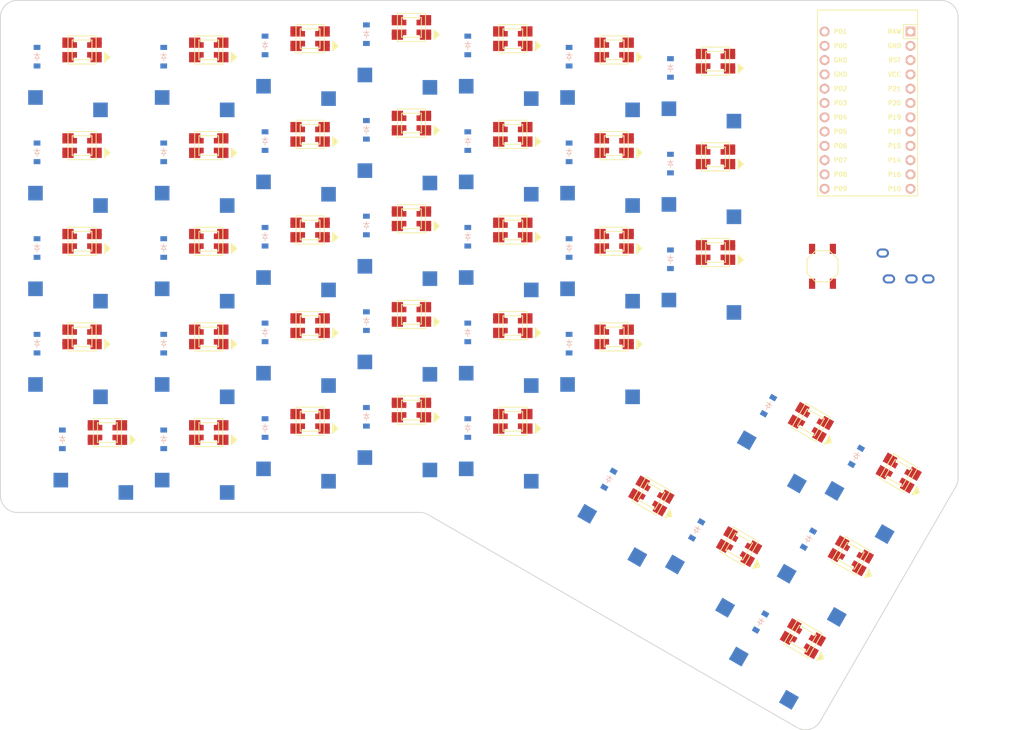
<source format=kicad_pcb>
(kicad_pcb (version 20171130) (host pcbnew 5.1.6)
  (title_block (title mrkeyboard_left) (rev v1.0.0) (company Unknown))
  (layers (0 F.Cu signal) (31 B.Cu signal) (34 B.Paste user) (35 F.Paste user) (36 B.SilkS user) (37 F.SilkS user) (38 B.Mask user) (39 F.Mask user) (44 Edge.Cuts user))
  (net 0 "")
  (net 1 "P20")
  (net 2 "far_arrows")
  (net 3 "far_bottom")
  (net 4 "far_home")
  (net 5 "far_top")
  (net 6 "far_number")
  (net 7 "P19")
  (net 8 "pinkie_arrows")
  (net 9 "pinkie_bottom")
  (net 10 "pinkie_home")
  (net 11 "pinkie_top")
  (net 12 "pinkie_number")
  (net 13 "P18")
  (net 14 "ring_arrows")
  (net 15 "ring_bottom")
  (net 16 "ring_home")
  (net 17 "ring_top")
  (net 18 "ring_number")
  (net 19 "P15")
  (net 20 "middle_arrows")
  (net 21 "middle_bottom")
  (net 22 "middle_home")
  (net 23 "middle_top")
  (net 24 "middle_number")
  (net 25 "P14")
  (net 26 "index_arrows")
  (net 27 "index_bottom")
  (net 28 "index_home")
  (net 29 "index_top")
  (net 30 "index_number")
  (net 31 "P16")
  (net 32 "indexplus_bottom")
  (net 33 "indexplus_home")
  (net 34 "indexplus_top")
  (net 35 "indexplus_number")
  (net 36 "P9")
  (net 37 "inside_home")
  (net 38 "inside_top")
  (net 39 "inside_number")
  (net 40 "inside_bottom")
  (net 41 "P10")
  (net 42 "center_bottom")
  (net 43 "center_middle")
  (net 44 "outside_bottom")
  (net 45 "outside_middle")
  (net 46 "outside_top")
  (net 47 "P6")
  (net 48 "P5")
  (net 49 "P4")
  (net 50 "P3")
  (net 51 "P2")
  (net 52 "P1")
  (net 53 "D1")
  (net 54 "VCC")
  (net 55 "GND")
  (net 56 "RAW")
  (net 57 "RST")
  (net 58 "P21")
  (net 59 "P0")
  (net 60 "P7")
  (net 61 "P8")
  (module PG1350 (layer F.Cu) (at 0 0 180)
    (fp_text reference "S1" hide)
    (fp_text value "" hide)
    (pad "" np_thru_hole circle (at 0 0) (size 3.429 3.429) (drill 3.429) (layers *.Cu *.Mask))
    (pad "" np_thru_hole circle (at 5.5 0) (size 1.7018 1.7018) (drill 1.7018) (layers *.Cu *.Mask))
    (pad "" np_thru_hole circle (at -5.5 0) (size 1.7018 1.7018) (drill 1.7018) (layers *.Cu *.Mask))
    (pad "" np_thru_hole circle (at 5 -3.75) (size 3 3) (drill 3) (layers *.Cu *.Mask))
    (pad "" np_thru_hole circle (at 0 -5.95) (size 3 3) (drill 3) (layers *.Cu *.Mask))
    (pad 1 smd rect (at -3.275 -5.95 180) (size 2.6 2.6) (layers B.Cu B.Paste B.Mask) (net 1 "P20"))
    (pad 2 smd rect (at 8.275 -3.75 180) (size 2.6 2.6) (layers B.Cu B.Paste B.Mask) (net 2 "far_arrows"))
  )
  (module PG1350 (layer F.Cu) (at -4.5 -17 180)
    (fp_text reference "S2" hide)
    (fp_text value "" hide)
    (pad "" np_thru_hole circle (at 0 0) (size 3.429 3.429) (drill 3.429) (layers *.Cu *.Mask))
    (pad "" np_thru_hole circle (at 5.5 0) (size 1.7018 1.7018) (drill 1.7018) (layers *.Cu *.Mask))
    (pad "" np_thru_hole circle (at -5.5 0) (size 1.7018 1.7018) (drill 1.7018) (layers *.Cu *.Mask))
    (pad "" np_thru_hole circle (at 5 -3.75) (size 3 3) (drill 3) (layers *.Cu *.Mask))
    (pad "" np_thru_hole circle (at 0 -5.95) (size 3 3) (drill 3) (layers *.Cu *.Mask))
    (pad 1 smd rect (at -3.275 -5.95 180) (size 2.6 2.6) (layers B.Cu B.Paste B.Mask) (net 1 "P20"))
    (pad 2 smd rect (at 8.275 -3.75 180) (size 2.6 2.6) (layers B.Cu B.Paste B.Mask) (net 3 "far_bottom"))
  )
  (module PG1350 (layer F.Cu) (at -4.5 -34 180)
    (fp_text reference "S3" hide)
    (fp_text value "" hide)
    (pad "" np_thru_hole circle (at 0 0) (size 3.429 3.429) (drill 3.429) (layers *.Cu *.Mask))
    (pad "" np_thru_hole circle (at 5.5 0) (size 1.7018 1.7018) (drill 1.7018) (layers *.Cu *.Mask))
    (pad "" np_thru_hole circle (at -5.5 0) (size 1.7018 1.7018) (drill 1.7018) (layers *.Cu *.Mask))
    (pad "" np_thru_hole circle (at 5 -3.75) (size 3 3) (drill 3) (layers *.Cu *.Mask))
    (pad "" np_thru_hole circle (at 0 -5.95) (size 3 3) (drill 3) (layers *.Cu *.Mask))
    (pad 1 smd rect (at -3.275 -5.95 180) (size 2.6 2.6) (layers B.Cu B.Paste B.Mask) (net 1 "P20"))
    (pad 2 smd rect (at 8.275 -3.75 180) (size 2.6 2.6) (layers B.Cu B.Paste B.Mask) (net 4 "far_home"))
  )
  (module PG1350 (layer F.Cu) (at -4.5 -51 180)
    (fp_text reference "S4" hide)
    (fp_text value "" hide)
    (pad "" np_thru_hole circle (at 0 0) (size 3.429 3.429) (drill 3.429) (layers *.Cu *.Mask))
    (pad "" np_thru_hole circle (at 5.5 0) (size 1.7018 1.7018) (drill 1.7018) (layers *.Cu *.Mask))
    (pad "" np_thru_hole circle (at -5.5 0) (size 1.7018 1.7018) (drill 1.7018) (layers *.Cu *.Mask))
    (pad "" np_thru_hole circle (at 5 -3.75) (size 3 3) (drill 3) (layers *.Cu *.Mask))
    (pad "" np_thru_hole circle (at 0 -5.95) (size 3 3) (drill 3) (layers *.Cu *.Mask))
    (pad 1 smd rect (at -3.275 -5.95 180) (size 2.6 2.6) (layers B.Cu B.Paste B.Mask) (net 1 "P20"))
    (pad 2 smd rect (at 8.275 -3.75 180) (size 2.6 2.6) (layers B.Cu B.Paste B.Mask) (net 5 "far_top"))
  )
  (module PG1350 (layer F.Cu) (at -4.5 -68 180)
    (fp_text reference "S5" hide)
    (fp_text value "" hide)
    (pad "" np_thru_hole circle (at 0 0) (size 3.429 3.429) (drill 3.429) (layers *.Cu *.Mask))
    (pad "" np_thru_hole circle (at 5.5 0) (size 1.7018 1.7018) (drill 1.7018) (layers *.Cu *.Mask))
    (pad "" np_thru_hole circle (at -5.5 0) (size 1.7018 1.7018) (drill 1.7018) (layers *.Cu *.Mask))
    (pad "" np_thru_hole circle (at 5 -3.75) (size 3 3) (drill 3) (layers *.Cu *.Mask))
    (pad "" np_thru_hole circle (at 0 -5.95) (size 3 3) (drill 3) (layers *.Cu *.Mask))
    (pad 1 smd rect (at -3.275 -5.95 180) (size 2.6 2.6) (layers B.Cu B.Paste B.Mask) (net 1 "P20"))
    (pad 2 smd rect (at 8.275 -3.75 180) (size 2.6 2.6) (layers B.Cu B.Paste B.Mask) (net 6 "far_number"))
  )
  (module PG1350 (layer F.Cu) (at 18 0 180)
    (fp_text reference "S6" hide)
    (fp_text value "" hide)
    (pad "" np_thru_hole circle (at 0 0) (size 3.429 3.429) (drill 3.429) (layers *.Cu *.Mask))
    (pad "" np_thru_hole circle (at 5.5 0) (size 1.7018 1.7018) (drill 1.7018) (layers *.Cu *.Mask))
    (pad "" np_thru_hole circle (at -5.5 0) (size 1.7018 1.7018) (drill 1.7018) (layers *.Cu *.Mask))
    (pad "" np_thru_hole circle (at 5 -3.75) (size 3 3) (drill 3) (layers *.Cu *.Mask))
    (pad "" np_thru_hole circle (at 0 -5.95) (size 3 3) (drill 3) (layers *.Cu *.Mask))
    (pad 1 smd rect (at -3.275 -5.95 180) (size 2.6 2.6) (layers B.Cu B.Paste B.Mask) (net 7 "P19"))
    (pad 2 smd rect (at 8.275 -3.75 180) (size 2.6 2.6) (layers B.Cu B.Paste B.Mask) (net 8 "pinkie_arrows"))
  )
  (module PG1350 (layer F.Cu) (at 18 -17 180)
    (fp_text reference "S7" hide)
    (fp_text value "" hide)
    (pad "" np_thru_hole circle (at 0 0) (size 3.429 3.429) (drill 3.429) (layers *.Cu *.Mask))
    (pad "" np_thru_hole circle (at 5.5 0) (size 1.7018 1.7018) (drill 1.7018) (layers *.Cu *.Mask))
    (pad "" np_thru_hole circle (at -5.5 0) (size 1.7018 1.7018) (drill 1.7018) (layers *.Cu *.Mask))
    (pad "" np_thru_hole circle (at 5 -3.75) (size 3 3) (drill 3) (layers *.Cu *.Mask))
    (pad "" np_thru_hole circle (at 0 -5.95) (size 3 3) (drill 3) (layers *.Cu *.Mask))
    (pad 1 smd rect (at -3.275 -5.95 180) (size 2.6 2.6) (layers B.Cu B.Paste B.Mask) (net 7 "P19"))
    (pad 2 smd rect (at 8.275 -3.75 180) (size 2.6 2.6) (layers B.Cu B.Paste B.Mask) (net 9 "pinkie_bottom"))
  )
  (module PG1350 (layer F.Cu) (at 18 -34 180)
    (fp_text reference "S8" hide)
    (fp_text value "" hide)
    (pad "" np_thru_hole circle (at 0 0) (size 3.429 3.429) (drill 3.429) (layers *.Cu *.Mask))
    (pad "" np_thru_hole circle (at 5.5 0) (size 1.7018 1.7018) (drill 1.7018) (layers *.Cu *.Mask))
    (pad "" np_thru_hole circle (at -5.5 0) (size 1.7018 1.7018) (drill 1.7018) (layers *.Cu *.Mask))
    (pad "" np_thru_hole circle (at 5 -3.75) (size 3 3) (drill 3) (layers *.Cu *.Mask))
    (pad "" np_thru_hole circle (at 0 -5.95) (size 3 3) (drill 3) (layers *.Cu *.Mask))
    (pad 1 smd rect (at -3.275 -5.95 180) (size 2.6 2.6) (layers B.Cu B.Paste B.Mask) (net 7 "P19"))
    (pad 2 smd rect (at 8.275 -3.75 180) (size 2.6 2.6) (layers B.Cu B.Paste B.Mask) (net 10 "pinkie_home"))
  )
  (module PG1350 (layer F.Cu) (at 18 -51 180)
    (fp_text reference "S9" hide)
    (fp_text value "" hide)
    (pad "" np_thru_hole circle (at 0 0) (size 3.429 3.429) (drill 3.429) (layers *.Cu *.Mask))
    (pad "" np_thru_hole circle (at 5.5 0) (size 1.7018 1.7018) (drill 1.7018) (layers *.Cu *.Mask))
    (pad "" np_thru_hole circle (at -5.5 0) (size 1.7018 1.7018) (drill 1.7018) (layers *.Cu *.Mask))
    (pad "" np_thru_hole circle (at 5 -3.75) (size 3 3) (drill 3) (layers *.Cu *.Mask))
    (pad "" np_thru_hole circle (at 0 -5.95) (size 3 3) (drill 3) (layers *.Cu *.Mask))
    (pad 1 smd rect (at -3.275 -5.95 180) (size 2.6 2.6) (layers B.Cu B.Paste B.Mask) (net 7 "P19"))
    (pad 2 smd rect (at 8.275 -3.75 180) (size 2.6 2.6) (layers B.Cu B.Paste B.Mask) (net 11 "pinkie_top"))
  )
  (module PG1350 (layer F.Cu) (at 18 -68 180)
    (fp_text reference "S10" hide)
    (fp_text value "" hide)
    (pad "" np_thru_hole circle (at 0 0) (size 3.429 3.429) (drill 3.429) (layers *.Cu *.Mask))
    (pad "" np_thru_hole circle (at 5.5 0) (size 1.7018 1.7018) (drill 1.7018) (layers *.Cu *.Mask))
    (pad "" np_thru_hole circle (at -5.5 0) (size 1.7018 1.7018) (drill 1.7018) (layers *.Cu *.Mask))
    (pad "" np_thru_hole circle (at 5 -3.75) (size 3 3) (drill 3) (layers *.Cu *.Mask))
    (pad "" np_thru_hole circle (at 0 -5.95) (size 3 3) (drill 3) (layers *.Cu *.Mask))
    (pad 1 smd rect (at -3.275 -5.95 180) (size 2.6 2.6) (layers B.Cu B.Paste B.Mask) (net 7 "P19"))
    (pad 2 smd rect (at 8.275 -3.75 180) (size 2.6 2.6) (layers B.Cu B.Paste B.Mask) (net 12 "pinkie_number"))
  )
  (module PG1350 (layer F.Cu) (at 36 -2 180)
    (fp_text reference "S11" hide)
    (fp_text value "" hide)
    (pad "" np_thru_hole circle (at 0 0) (size 3.429 3.429) (drill 3.429) (layers *.Cu *.Mask))
    (pad "" np_thru_hole circle (at 5.5 0) (size 1.7018 1.7018) (drill 1.7018) (layers *.Cu *.Mask))
    (pad "" np_thru_hole circle (at -5.5 0) (size 1.7018 1.7018) (drill 1.7018) (layers *.Cu *.Mask))
    (pad "" np_thru_hole circle (at 5 -3.75) (size 3 3) (drill 3) (layers *.Cu *.Mask))
    (pad "" np_thru_hole circle (at 0 -5.95) (size 3 3) (drill 3) (layers *.Cu *.Mask))
    (pad 1 smd rect (at -3.275 -5.95 180) (size 2.6 2.6) (layers B.Cu B.Paste B.Mask) (net 13 "P18"))
    (pad 2 smd rect (at 8.275 -3.75 180) (size 2.6 2.6) (layers B.Cu B.Paste B.Mask) (net 14 "ring_arrows"))
  )
  (module PG1350 (layer F.Cu) (at 36 -19 180)
    (fp_text reference "S12" hide)
    (fp_text value "" hide)
    (pad "" np_thru_hole circle (at 0 0) (size 3.429 3.429) (drill 3.429) (layers *.Cu *.Mask))
    (pad "" np_thru_hole circle (at 5.5 0) (size 1.7018 1.7018) (drill 1.7018) (layers *.Cu *.Mask))
    (pad "" np_thru_hole circle (at -5.5 0) (size 1.7018 1.7018) (drill 1.7018) (layers *.Cu *.Mask))
    (pad "" np_thru_hole circle (at 5 -3.75) (size 3 3) (drill 3) (layers *.Cu *.Mask))
    (pad "" np_thru_hole circle (at 0 -5.95) (size 3 3) (drill 3) (layers *.Cu *.Mask))
    (pad 1 smd rect (at -3.275 -5.95 180) (size 2.6 2.6) (layers B.Cu B.Paste B.Mask) (net 13 "P18"))
    (pad 2 smd rect (at 8.275 -3.75 180) (size 2.6 2.6) (layers B.Cu B.Paste B.Mask) (net 15 "ring_bottom"))
  )
  (module PG1350 (layer F.Cu) (at 36 -36 180)
    (fp_text reference "S13" hide)
    (fp_text value "" hide)
    (pad "" np_thru_hole circle (at 0 0) (size 3.429 3.429) (drill 3.429) (layers *.Cu *.Mask))
    (pad "" np_thru_hole circle (at 5.5 0) (size 1.7018 1.7018) (drill 1.7018) (layers *.Cu *.Mask))
    (pad "" np_thru_hole circle (at -5.5 0) (size 1.7018 1.7018) (drill 1.7018) (layers *.Cu *.Mask))
    (pad "" np_thru_hole circle (at 5 -3.75) (size 3 3) (drill 3) (layers *.Cu *.Mask))
    (pad "" np_thru_hole circle (at 0 -5.95) (size 3 3) (drill 3) (layers *.Cu *.Mask))
    (pad 1 smd rect (at -3.275 -5.95 180) (size 2.6 2.6) (layers B.Cu B.Paste B.Mask) (net 13 "P18"))
    (pad 2 smd rect (at 8.275 -3.75 180) (size 2.6 2.6) (layers B.Cu B.Paste B.Mask) (net 16 "ring_home"))
  )
  (module PG1350 (layer F.Cu) (at 36 -53 180)
    (fp_text reference "S14" hide)
    (fp_text value "" hide)
    (pad "" np_thru_hole circle (at 0 0) (size 3.429 3.429) (drill 3.429) (layers *.Cu *.Mask))
    (pad "" np_thru_hole circle (at 5.5 0) (size 1.7018 1.7018) (drill 1.7018) (layers *.Cu *.Mask))
    (pad "" np_thru_hole circle (at -5.5 0) (size 1.7018 1.7018) (drill 1.7018) (layers *.Cu *.Mask))
    (pad "" np_thru_hole circle (at 5 -3.75) (size 3 3) (drill 3) (layers *.Cu *.Mask))
    (pad "" np_thru_hole circle (at 0 -5.95) (size 3 3) (drill 3) (layers *.Cu *.Mask))
    (pad 1 smd rect (at -3.275 -5.95 180) (size 2.6 2.6) (layers B.Cu B.Paste B.Mask) (net 13 "P18"))
    (pad 2 smd rect (at 8.275 -3.75 180) (size 2.6 2.6) (layers B.Cu B.Paste B.Mask) (net 17 "ring_top"))
  )
  (module PG1350 (layer F.Cu) (at 36 -70 180)
    (fp_text reference "S15" hide)
    (fp_text value "" hide)
    (pad "" np_thru_hole circle (at 0 0) (size 3.429 3.429) (drill 3.429) (layers *.Cu *.Mask))
    (pad "" np_thru_hole circle (at 5.5 0) (size 1.7018 1.7018) (drill 1.7018) (layers *.Cu *.Mask))
    (pad "" np_thru_hole circle (at -5.5 0) (size 1.7018 1.7018) (drill 1.7018) (layers *.Cu *.Mask))
    (pad "" np_thru_hole circle (at 5 -3.75) (size 3 3) (drill 3) (layers *.Cu *.Mask))
    (pad "" np_thru_hole circle (at 0 -5.95) (size 3 3) (drill 3) (layers *.Cu *.Mask))
    (pad 1 smd rect (at -3.275 -5.95 180) (size 2.6 2.6) (layers B.Cu B.Paste B.Mask) (net 13 "P18"))
    (pad 2 smd rect (at 8.275 -3.75 180) (size 2.6 2.6) (layers B.Cu B.Paste B.Mask) (net 18 "ring_number"))
  )
  (module PG1350 (layer F.Cu) (at 54 -4 180)
    (fp_text reference "S16" hide)
    (fp_text value "" hide)
    (pad "" np_thru_hole circle (at 0 0) (size 3.429 3.429) (drill 3.429) (layers *.Cu *.Mask))
    (pad "" np_thru_hole circle (at 5.5 0) (size 1.7018 1.7018) (drill 1.7018) (layers *.Cu *.Mask))
    (pad "" np_thru_hole circle (at -5.5 0) (size 1.7018 1.7018) (drill 1.7018) (layers *.Cu *.Mask))
    (pad "" np_thru_hole circle (at 5 -3.75) (size 3 3) (drill 3) (layers *.Cu *.Mask))
    (pad "" np_thru_hole circle (at 0 -5.95) (size 3 3) (drill 3) (layers *.Cu *.Mask))
    (pad 1 smd rect (at -3.275 -5.95 180) (size 2.6 2.6) (layers B.Cu B.Paste B.Mask) (net 19 "P15"))
    (pad 2 smd rect (at 8.275 -3.75 180) (size 2.6 2.6) (layers B.Cu B.Paste B.Mask) (net 20 "middle_arrows"))
  )
  (module PG1350 (layer F.Cu) (at 54 -21 180)
    (fp_text reference "S17" hide)
    (fp_text value "" hide)
    (pad "" np_thru_hole circle (at 0 0) (size 3.429 3.429) (drill 3.429) (layers *.Cu *.Mask))
    (pad "" np_thru_hole circle (at 5.5 0) (size 1.7018 1.7018) (drill 1.7018) (layers *.Cu *.Mask))
    (pad "" np_thru_hole circle (at -5.5 0) (size 1.7018 1.7018) (drill 1.7018) (layers *.Cu *.Mask))
    (pad "" np_thru_hole circle (at 5 -3.75) (size 3 3) (drill 3) (layers *.Cu *.Mask))
    (pad "" np_thru_hole circle (at 0 -5.95) (size 3 3) (drill 3) (layers *.Cu *.Mask))
    (pad 1 smd rect (at -3.275 -5.95 180) (size 2.6 2.6) (layers B.Cu B.Paste B.Mask) (net 19 "P15"))
    (pad 2 smd rect (at 8.275 -3.75 180) (size 2.6 2.6) (layers B.Cu B.Paste B.Mask) (net 21 "middle_bottom"))
  )
  (module PG1350 (layer F.Cu) (at 54 -38 180)
    (fp_text reference "S18" hide)
    (fp_text value "" hide)
    (pad "" np_thru_hole circle (at 0 0) (size 3.429 3.429) (drill 3.429) (layers *.Cu *.Mask))
    (pad "" np_thru_hole circle (at 5.5 0) (size 1.7018 1.7018) (drill 1.7018) (layers *.Cu *.Mask))
    (pad "" np_thru_hole circle (at -5.5 0) (size 1.7018 1.7018) (drill 1.7018) (layers *.Cu *.Mask))
    (pad "" np_thru_hole circle (at 5 -3.75) (size 3 3) (drill 3) (layers *.Cu *.Mask))
    (pad "" np_thru_hole circle (at 0 -5.95) (size 3 3) (drill 3) (layers *.Cu *.Mask))
    (pad 1 smd rect (at -3.275 -5.95 180) (size 2.6 2.6) (layers B.Cu B.Paste B.Mask) (net 19 "P15"))
    (pad 2 smd rect (at 8.275 -3.75 180) (size 2.6 2.6) (layers B.Cu B.Paste B.Mask) (net 22 "middle_home"))
  )
  (module PG1350 (layer F.Cu) (at 54 -55 180)
    (fp_text reference "S19" hide)
    (fp_text value "" hide)
    (pad "" np_thru_hole circle (at 0 0) (size 3.429 3.429) (drill 3.429) (layers *.Cu *.Mask))
    (pad "" np_thru_hole circle (at 5.5 0) (size 1.7018 1.7018) (drill 1.7018) (layers *.Cu *.Mask))
    (pad "" np_thru_hole circle (at -5.5 0) (size 1.7018 1.7018) (drill 1.7018) (layers *.Cu *.Mask))
    (pad "" np_thru_hole circle (at 5 -3.75) (size 3 3) (drill 3) (layers *.Cu *.Mask))
    (pad "" np_thru_hole circle (at 0 -5.95) (size 3 3) (drill 3) (layers *.Cu *.Mask))
    (pad 1 smd rect (at -3.275 -5.95 180) (size 2.6 2.6) (layers B.Cu B.Paste B.Mask) (net 19 "P15"))
    (pad 2 smd rect (at 8.275 -3.75 180) (size 2.6 2.6) (layers B.Cu B.Paste B.Mask) (net 23 "middle_top"))
  )
  (module PG1350 (layer F.Cu) (at 54 -72 180)
    (fp_text reference "S20" hide)
    (fp_text value "" hide)
    (pad "" np_thru_hole circle (at 0 0) (size 3.429 3.429) (drill 3.429) (layers *.Cu *.Mask))
    (pad "" np_thru_hole circle (at 5.5 0) (size 1.7018 1.7018) (drill 1.7018) (layers *.Cu *.Mask))
    (pad "" np_thru_hole circle (at -5.5 0) (size 1.7018 1.7018) (drill 1.7018) (layers *.Cu *.Mask))
    (pad "" np_thru_hole circle (at 5 -3.75) (size 3 3) (drill 3) (layers *.Cu *.Mask))
    (pad "" np_thru_hole circle (at 0 -5.95) (size 3 3) (drill 3) (layers *.Cu *.Mask))
    (pad 1 smd rect (at -3.275 -5.95 180) (size 2.6 2.6) (layers B.Cu B.Paste B.Mask) (net 19 "P15"))
    (pad 2 smd rect (at 8.275 -3.75 180) (size 2.6 2.6) (layers B.Cu B.Paste B.Mask) (net 24 "middle_number"))
  )
  (module PG1350 (layer F.Cu) (at 72 -2 180)
    (fp_text reference "S21" hide)
    (fp_text value "" hide)
    (pad "" np_thru_hole circle (at 0 0) (size 3.429 3.429) (drill 3.429) (layers *.Cu *.Mask))
    (pad "" np_thru_hole circle (at 5.5 0) (size 1.7018 1.7018) (drill 1.7018) (layers *.Cu *.Mask))
    (pad "" np_thru_hole circle (at -5.5 0) (size 1.7018 1.7018) (drill 1.7018) (layers *.Cu *.Mask))
    (pad "" np_thru_hole circle (at 5 -3.75) (size 3 3) (drill 3) (layers *.Cu *.Mask))
    (pad "" np_thru_hole circle (at 0 -5.95) (size 3 3) (drill 3) (layers *.Cu *.Mask))
    (pad 1 smd rect (at -3.275 -5.95 180) (size 2.6 2.6) (layers B.Cu B.Paste B.Mask) (net 25 "P14"))
    (pad 2 smd rect (at 8.275 -3.75 180) (size 2.6 2.6) (layers B.Cu B.Paste B.Mask) (net 26 "index_arrows"))
  )
  (module PG1350 (layer F.Cu) (at 72 -19 180)
    (fp_text reference "S22" hide)
    (fp_text value "" hide)
    (pad "" np_thru_hole circle (at 0 0) (size 3.429 3.429) (drill 3.429) (layers *.Cu *.Mask))
    (pad "" np_thru_hole circle (at 5.5 0) (size 1.7018 1.7018) (drill 1.7018) (layers *.Cu *.Mask))
    (pad "" np_thru_hole circle (at -5.5 0) (size 1.7018 1.7018) (drill 1.7018) (layers *.Cu *.Mask))
    (pad "" np_thru_hole circle (at 5 -3.75) (size 3 3) (drill 3) (layers *.Cu *.Mask))
    (pad "" np_thru_hole circle (at 0 -5.95) (size 3 3) (drill 3) (layers *.Cu *.Mask))
    (pad 1 smd rect (at -3.275 -5.95 180) (size 2.6 2.6) (layers B.Cu B.Paste B.Mask) (net 25 "P14"))
    (pad 2 smd rect (at 8.275 -3.75 180) (size 2.6 2.6) (layers B.Cu B.Paste B.Mask) (net 27 "index_bottom"))
  )
  (module PG1350 (layer F.Cu) (at 72 -36 180)
    (fp_text reference "S23" hide)
    (fp_text value "" hide)
    (pad "" np_thru_hole circle (at 0 0) (size 3.429 3.429) (drill 3.429) (layers *.Cu *.Mask))
    (pad "" np_thru_hole circle (at 5.5 0) (size 1.7018 1.7018) (drill 1.7018) (layers *.Cu *.Mask))
    (pad "" np_thru_hole circle (at -5.5 0) (size 1.7018 1.7018) (drill 1.7018) (layers *.Cu *.Mask))
    (pad "" np_thru_hole circle (at 5 -3.75) (size 3 3) (drill 3) (layers *.Cu *.Mask))
    (pad "" np_thru_hole circle (at 0 -5.95) (size 3 3) (drill 3) (layers *.Cu *.Mask))
    (pad 1 smd rect (at -3.275 -5.95 180) (size 2.6 2.6) (layers B.Cu B.Paste B.Mask) (net 25 "P14"))
    (pad 2 smd rect (at 8.275 -3.75 180) (size 2.6 2.6) (layers B.Cu B.Paste B.Mask) (net 28 "index_home"))
  )
  (module PG1350 (layer F.Cu) (at 72 -53 180)
    (fp_text reference "S24" hide)
    (fp_text value "" hide)
    (pad "" np_thru_hole circle (at 0 0) (size 3.429 3.429) (drill 3.429) (layers *.Cu *.Mask))
    (pad "" np_thru_hole circle (at 5.5 0) (size 1.7018 1.7018) (drill 1.7018) (layers *.Cu *.Mask))
    (pad "" np_thru_hole circle (at -5.5 0) (size 1.7018 1.7018) (drill 1.7018) (layers *.Cu *.Mask))
    (pad "" np_thru_hole circle (at 5 -3.75) (size 3 3) (drill 3) (layers *.Cu *.Mask))
    (pad "" np_thru_hole circle (at 0 -5.95) (size 3 3) (drill 3) (layers *.Cu *.Mask))
    (pad 1 smd rect (at -3.275 -5.95 180) (size 2.6 2.6) (layers B.Cu B.Paste B.Mask) (net 25 "P14"))
    (pad 2 smd rect (at 8.275 -3.75 180) (size 2.6 2.6) (layers B.Cu B.Paste B.Mask) (net 29 "index_top"))
  )
  (module PG1350 (layer F.Cu) (at 72 -70 180)
    (fp_text reference "S25" hide)
    (fp_text value "" hide)
    (pad "" np_thru_hole circle (at 0 0) (size 3.429 3.429) (drill 3.429) (layers *.Cu *.Mask))
    (pad "" np_thru_hole circle (at 5.5 0) (size 1.7018 1.7018) (drill 1.7018) (layers *.Cu *.Mask))
    (pad "" np_thru_hole circle (at -5.5 0) (size 1.7018 1.7018) (drill 1.7018) (layers *.Cu *.Mask))
    (pad "" np_thru_hole circle (at 5 -3.75) (size 3 3) (drill 3) (layers *.Cu *.Mask))
    (pad "" np_thru_hole circle (at 0 -5.95) (size 3 3) (drill 3) (layers *.Cu *.Mask))
    (pad 1 smd rect (at -3.275 -5.95 180) (size 2.6 2.6) (layers B.Cu B.Paste B.Mask) (net 25 "P14"))
    (pad 2 smd rect (at 8.275 -3.75 180) (size 2.6 2.6) (layers B.Cu B.Paste B.Mask) (net 30 "index_number"))
  )
  (module PG1350 (layer F.Cu) (at 90 -17 180)
    (fp_text reference "S26" hide)
    (fp_text value "" hide)
    (pad "" np_thru_hole circle (at 0 0) (size 3.429 3.429) (drill 3.429) (layers *.Cu *.Mask))
    (pad "" np_thru_hole circle (at 5.5 0) (size 1.7018 1.7018) (drill 1.7018) (layers *.Cu *.Mask))
    (pad "" np_thru_hole circle (at -5.5 0) (size 1.7018 1.7018) (drill 1.7018) (layers *.Cu *.Mask))
    (pad "" np_thru_hole circle (at 5 -3.75) (size 3 3) (drill 3) (layers *.Cu *.Mask))
    (pad "" np_thru_hole circle (at 0 -5.95) (size 3 3) (drill 3) (layers *.Cu *.Mask))
    (pad 1 smd rect (at -3.275 -5.95 180) (size 2.6 2.6) (layers B.Cu B.Paste B.Mask) (net 31 "P16"))
    (pad 2 smd rect (at 8.275 -3.75 180) (size 2.6 2.6) (layers B.Cu B.Paste B.Mask) (net 32 "indexplus_bottom"))
  )
  (module PG1350 (layer F.Cu) (at 90 -34 180)
    (fp_text reference "S27" hide)
    (fp_text value "" hide)
    (pad "" np_thru_hole circle (at 0 0) (size 3.429 3.429) (drill 3.429) (layers *.Cu *.Mask))
    (pad "" np_thru_hole circle (at 5.5 0) (size 1.7018 1.7018) (drill 1.7018) (layers *.Cu *.Mask))
    (pad "" np_thru_hole circle (at -5.5 0) (size 1.7018 1.7018) (drill 1.7018) (layers *.Cu *.Mask))
    (pad "" np_thru_hole circle (at 5 -3.75) (size 3 3) (drill 3) (layers *.Cu *.Mask))
    (pad "" np_thru_hole circle (at 0 -5.95) (size 3 3) (drill 3) (layers *.Cu *.Mask))
    (pad 1 smd rect (at -3.275 -5.95 180) (size 2.6 2.6) (layers B.Cu B.Paste B.Mask) (net 31 "P16"))
    (pad 2 smd rect (at 8.275 -3.75 180) (size 2.6 2.6) (layers B.Cu B.Paste B.Mask) (net 33 "indexplus_home"))
  )
  (module PG1350 (layer F.Cu) (at 90 -51 180)
    (fp_text reference "S28" hide)
    (fp_text value "" hide)
    (pad "" np_thru_hole circle (at 0 0) (size 3.429 3.429) (drill 3.429) (layers *.Cu *.Mask))
    (pad "" np_thru_hole circle (at 5.5 0) (size 1.7018 1.7018) (drill 1.7018) (layers *.Cu *.Mask))
    (pad "" np_thru_hole circle (at -5.5 0) (size 1.7018 1.7018) (drill 1.7018) (layers *.Cu *.Mask))
    (pad "" np_thru_hole circle (at 5 -3.75) (size 3 3) (drill 3) (layers *.Cu *.Mask))
    (pad "" np_thru_hole circle (at 0 -5.95) (size 3 3) (drill 3) (layers *.Cu *.Mask))
    (pad 1 smd rect (at -3.275 -5.95 180) (size 2.6 2.6) (layers B.Cu B.Paste B.Mask) (net 31 "P16"))
    (pad 2 smd rect (at 8.275 -3.75 180) (size 2.6 2.6) (layers B.Cu B.Paste B.Mask) (net 34 "indexplus_top"))
  )
  (module PG1350 (layer F.Cu) (at 90 -68 180)
    (fp_text reference "S29" hide)
    (fp_text value "" hide)
    (pad "" np_thru_hole circle (at 0 0) (size 3.429 3.429) (drill 3.429) (layers *.Cu *.Mask))
    (pad "" np_thru_hole circle (at 5.5 0) (size 1.7018 1.7018) (drill 1.7018) (layers *.Cu *.Mask))
    (pad "" np_thru_hole circle (at -5.5 0) (size 1.7018 1.7018) (drill 1.7018) (layers *.Cu *.Mask))
    (pad "" np_thru_hole circle (at 5 -3.75) (size 3 3) (drill 3) (layers *.Cu *.Mask))
    (pad "" np_thru_hole circle (at 0 -5.95) (size 3 3) (drill 3) (layers *.Cu *.Mask))
    (pad 1 smd rect (at -3.275 -5.95 180) (size 2.6 2.6) (layers B.Cu B.Paste B.Mask) (net 31 "P16"))
    (pad 2 smd rect (at 8.275 -3.75 180) (size 2.6 2.6) (layers B.Cu B.Paste B.Mask) (net 35 "indexplus_number"))
  )
  (module PG1350 (layer F.Cu) (at 108 -32 180)
    (fp_text reference "S30" hide)
    (fp_text value "" hide)
    (pad "" np_thru_hole circle (at 0 0) (size 3.429 3.429) (drill 3.429) (layers *.Cu *.Mask))
    (pad "" np_thru_hole circle (at 5.5 0) (size 1.7018 1.7018) (drill 1.7018) (layers *.Cu *.Mask))
    (pad "" np_thru_hole circle (at -5.5 0) (size 1.7018 1.7018) (drill 1.7018) (layers *.Cu *.Mask))
    (pad "" np_thru_hole circle (at 5 -3.75) (size 3 3) (drill 3) (layers *.Cu *.Mask))
    (pad "" np_thru_hole circle (at 0 -5.95) (size 3 3) (drill 3) (layers *.Cu *.Mask))
    (pad 1 smd rect (at -3.275 -5.95 180) (size 2.6 2.6) (layers B.Cu B.Paste B.Mask) (net 36 "P9"))
    (pad 2 smd rect (at 8.275 -3.75 180) (size 2.6 2.6) (layers B.Cu B.Paste B.Mask) (net 37 "inside_home"))
  )
  (module PG1350 (layer F.Cu) (at 108 -49 180)
    (fp_text reference "S31" hide)
    (fp_text value "" hide)
    (pad "" np_thru_hole circle (at 0 0) (size 3.429 3.429) (drill 3.429) (layers *.Cu *.Mask))
    (pad "" np_thru_hole circle (at 5.5 0) (size 1.7018 1.7018) (drill 1.7018) (layers *.Cu *.Mask))
    (pad "" np_thru_hole circle (at -5.5 0) (size 1.7018 1.7018) (drill 1.7018) (layers *.Cu *.Mask))
    (pad "" np_thru_hole circle (at 5 -3.75) (size 3 3) (drill 3) (layers *.Cu *.Mask))
    (pad "" np_thru_hole circle (at 0 -5.95) (size 3 3) (drill 3) (layers *.Cu *.Mask))
    (pad 1 smd rect (at -3.275 -5.95 180) (size 2.6 2.6) (layers B.Cu B.Paste B.Mask) (net 36 "P9"))
    (pad 2 smd rect (at 8.275 -3.75 180) (size 2.6 2.6) (layers B.Cu B.Paste B.Mask) (net 38 "inside_top"))
  )
  (module PG1350 (layer F.Cu) (at 108 -66 180)
    (fp_text reference "S32" hide)
    (fp_text value "" hide)
    (pad "" np_thru_hole circle (at 0 0) (size 3.429 3.429) (drill 3.429) (layers *.Cu *.Mask))
    (pad "" np_thru_hole circle (at 5.5 0) (size 1.7018 1.7018) (drill 1.7018) (layers *.Cu *.Mask))
    (pad "" np_thru_hole circle (at -5.5 0) (size 1.7018 1.7018) (drill 1.7018) (layers *.Cu *.Mask))
    (pad "" np_thru_hole circle (at 5 -3.75) (size 3 3) (drill 3) (layers *.Cu *.Mask))
    (pad "" np_thru_hole circle (at 0 -5.95) (size 3 3) (drill 3) (layers *.Cu *.Mask))
    (pad 1 smd rect (at -3.275 -5.95 180) (size 2.6 2.6) (layers B.Cu B.Paste B.Mask) (net 36 "P9"))
    (pad 2 smd rect (at 8.275 -3.75 180) (size 2.6 2.6) (layers B.Cu B.Paste B.Mask) (net 39 "inside_number"))
  )
  (module PG1350 (layer F.Cu) (at 94.25 10.638784099999999 150)
    (fp_text reference "S33" hide)
    (fp_text value "" hide)
    (pad "" np_thru_hole circle (at 0 0) (size 3.429 3.429) (drill 3.429) (layers *.Cu *.Mask))
    (pad "" np_thru_hole circle (at 5.5 0) (size 1.7018 1.7018) (drill 1.7018) (layers *.Cu *.Mask))
    (pad "" np_thru_hole circle (at -5.5 0) (size 1.7018 1.7018) (drill 1.7018) (layers *.Cu *.Mask))
    (pad "" np_thru_hole circle (at 5 -3.75) (size 3 3) (drill 3) (layers *.Cu *.Mask))
    (pad "" np_thru_hole circle (at 0 -5.95) (size 3 3) (drill 3) (layers *.Cu *.Mask))
    (pad 1 smd rect (at -3.275 -5.95 150) (size 2.6 2.6) (layers B.Cu B.Paste B.Mask) (net 31 "P16"))
    (pad 2 smd rect (at 8.275 -3.75 150) (size 2.6 2.6) (layers B.Cu B.Paste B.Mask) (net 40 "inside_bottom"))
  )
  (module PG1350 (layer F.Cu) (at 109.8384573 19.6387841 150)
    (fp_text reference "S34" hide)
    (fp_text value "" hide)
    (pad "" np_thru_hole circle (at 0 0) (size 3.429 3.429) (drill 3.429) (layers *.Cu *.Mask))
    (pad "" np_thru_hole circle (at 5.5 0) (size 1.7018 1.7018) (drill 1.7018) (layers *.Cu *.Mask))
    (pad "" np_thru_hole circle (at -5.5 0) (size 1.7018 1.7018) (drill 1.7018) (layers *.Cu *.Mask))
    (pad "" np_thru_hole circle (at 5 -3.75) (size 3 3) (drill 3) (layers *.Cu *.Mask))
    (pad "" np_thru_hole circle (at 0 -5.95) (size 3 3) (drill 3) (layers *.Cu *.Mask))
    (pad 1 smd rect (at -3.275 -5.95 150) (size 2.6 2.6) (layers B.Cu B.Paste B.Mask) (net 41 "P10"))
    (pad 2 smd rect (at 8.275 -3.75 150) (size 2.6 2.6) (layers B.Cu B.Paste B.Mask) (net 42 "center_bottom"))
  )
  (module PG1350 (layer F.Cu) (at 122.5884573 -2.4448637000000017 150)
    (fp_text reference "S35" hide)
    (fp_text value "" hide)
    (pad "" np_thru_hole circle (at 0 0) (size 3.429 3.429) (drill 3.429) (layers *.Cu *.Mask))
    (pad "" np_thru_hole circle (at 5.5 0) (size 1.7018 1.7018) (drill 1.7018) (layers *.Cu *.Mask))
    (pad "" np_thru_hole circle (at -5.5 0) (size 1.7018 1.7018) (drill 1.7018) (layers *.Cu *.Mask))
    (pad "" np_thru_hole circle (at 5 -3.75) (size 3 3) (drill 3) (layers *.Cu *.Mask))
    (pad "" np_thru_hole circle (at 0 -5.95) (size 3 3) (drill 3) (layers *.Cu *.Mask))
    (pad 1 smd rect (at -3.275 -5.95 150) (size 2.6 2.6) (layers B.Cu B.Paste B.Mask) (net 41 "P10"))
    (pad 2 smd rect (at 8.275 -3.75 150) (size 2.6 2.6) (layers B.Cu B.Paste B.Mask) (net 43 "center_middle"))
  )
  (module PG1350 (layer F.Cu) (at 121.1769145 36 150)
    (fp_text reference "S36" hide)
    (fp_text value "" hide)
    (pad "" np_thru_hole circle (at 0 0) (size 3.429 3.429) (drill 3.429) (layers *.Cu *.Mask))
    (pad "" np_thru_hole circle (at 5.5 0) (size 1.7018 1.7018) (drill 1.7018) (layers *.Cu *.Mask))
    (pad "" np_thru_hole circle (at -5.5 0) (size 1.7018 1.7018) (drill 1.7018) (layers *.Cu *.Mask))
    (pad "" np_thru_hole circle (at 5 -3.75) (size 3 3) (drill 3) (layers *.Cu *.Mask))
    (pad "" np_thru_hole circle (at 0 -5.95) (size 3 3) (drill 3) (layers *.Cu *.Mask))
    (pad 1 smd rect (at -3.275 -5.95 150) (size 2.6 2.6) (layers B.Cu B.Paste B.Mask) (net 41 "P10"))
    (pad 2 smd rect (at 8.275 -3.75 150) (size 2.6 2.6) (layers B.Cu B.Paste B.Mask) (net 44 "outside_bottom"))
  )
  (module PG1350 (layer F.Cu) (at 129.6769145 21.2775681 150)
    (fp_text reference "S37" hide)
    (fp_text value "" hide)
    (pad "" np_thru_hole circle (at 0 0) (size 3.429 3.429) (drill 3.429) (layers *.Cu *.Mask))
    (pad "" np_thru_hole circle (at 5.5 0) (size 1.7018 1.7018) (drill 1.7018) (layers *.Cu *.Mask))
    (pad "" np_thru_hole circle (at -5.5 0) (size 1.7018 1.7018) (drill 1.7018) (layers *.Cu *.Mask))
    (pad "" np_thru_hole circle (at 5 -3.75) (size 3 3) (drill 3) (layers *.Cu *.Mask))
    (pad "" np_thru_hole circle (at 0 -5.95) (size 3 3) (drill 3) (layers *.Cu *.Mask))
    (pad 1 smd rect (at -3.275 -5.95 150) (size 2.6 2.6) (layers B.Cu B.Paste B.Mask) (net 41 "P10"))
    (pad 2 smd rect (at 8.275 -3.75 150) (size 2.6 2.6) (layers B.Cu B.Paste B.Mask) (net 45 "outside_middle"))
  )
  (module PG1350 (layer F.Cu) (at 138.1769145 6.5551362 150)
    (fp_text reference "S38" hide)
    (fp_text value "" hide)
    (pad "" np_thru_hole circle (at 0 0) (size 3.429 3.429) (drill 3.429) (layers *.Cu *.Mask))
    (pad "" np_thru_hole circle (at 5.5 0) (size 1.7018 1.7018) (drill 1.7018) (layers *.Cu *.Mask))
    (pad "" np_thru_hole circle (at -5.5 0) (size 1.7018 1.7018) (drill 1.7018) (layers *.Cu *.Mask))
    (pad "" np_thru_hole circle (at 5 -3.75) (size 3 3) (drill 3) (layers *.Cu *.Mask))
    (pad "" np_thru_hole circle (at 0 -5.95) (size 3 3) (drill 3) (layers *.Cu *.Mask))
    (pad 1 smd rect (at -3.275 -5.95 150) (size 2.6 2.6) (layers B.Cu B.Paste B.Mask) (net 41 "P10"))
    (pad 2 smd rect (at 8.275 -3.75 150) (size 2.6 2.6) (layers B.Cu B.Paste B.Mask) (net 46 "outside_top"))
  )
  (module ComboDiode (layer B.Cu) (at -8 -3.5 270)
    (fp_text reference "D1" hide)
    (fp_text value "" hide)
    (pad 2 smd rect (at 1.65 0 270) (size 0.9 1.2) (layers B.Cu B.Paste B.Mask) (net 2 "far_arrows"))
    (pad 1 smd rect (at -1.65 0 270) (size 0.9 1.2) (layers B.Cu B.Paste B.Mask) (net 47 "P6"))
  )
  (module ComboDiode (layer B.Cu) (at -12.5 -20.5 270)
    (fp_text reference "D2" hide)
    (fp_text value "" hide)
    (pad 2 smd rect (at 1.65 0 270) (size 0.9 1.2) (layers B.Cu B.Paste B.Mask) (net 3 "far_bottom"))
    (pad 1 smd rect (at -1.65 0 270) (size 0.9 1.2) (layers B.Cu B.Paste B.Mask) (net 48 "P5"))
  )
  (module ComboDiode (layer B.Cu) (at -12.5 -37.5 270)
    (fp_text reference "D3" hide)
    (fp_text value "" hide)
    (pad 2 smd rect (at 1.65 0 270) (size 0.9 1.2) (layers B.Cu B.Paste B.Mask) (net 4 "far_home"))
    (pad 1 smd rect (at -1.65 0 270) (size 0.9 1.2) (layers B.Cu B.Paste B.Mask) (net 49 "P4"))
  )
  (module ComboDiode (layer B.Cu) (at -12.5 -54.5 270)
    (fp_text reference "D4" hide)
    (fp_text value "" hide)
    (pad 2 smd rect (at 1.65 0 270) (size 0.9 1.2) (layers B.Cu B.Paste B.Mask) (net 5 "far_top"))
    (pad 1 smd rect (at -1.65 0 270) (size 0.9 1.2) (layers B.Cu B.Paste B.Mask) (net 50 "P3"))
  )
  (module ComboDiode (layer B.Cu) (at -12.5 -71.5 270)
    (fp_text reference "D5" hide)
    (fp_text value "" hide)
    (pad 2 smd rect (at 1.65 0 270) (size 0.9 1.2) (layers B.Cu B.Paste B.Mask) (net 6 "far_number"))
    (pad 1 smd rect (at -1.65 0 270) (size 0.9 1.2) (layers B.Cu B.Paste B.Mask) (net 51 "P2"))
  )
  (module ComboDiode (layer B.Cu) (at 10 -3.5 270)
    (fp_text reference "D6" hide)
    (fp_text value "" hide)
    (pad 2 smd rect (at 1.65 0 270) (size 0.9 1.2) (layers B.Cu B.Paste B.Mask) (net 8 "pinkie_arrows"))
    (pad 1 smd rect (at -1.65 0 270) (size 0.9 1.2) (layers B.Cu B.Paste B.Mask) (net 47 "P6"))
  )
  (module ComboDiode (layer B.Cu) (at 10 -20.5 270)
    (fp_text reference "D7" hide)
    (fp_text value "" hide)
    (pad 2 smd rect (at 1.65 0 270) (size 0.9 1.2) (layers B.Cu B.Paste B.Mask) (net 9 "pinkie_bottom"))
    (pad 1 smd rect (at -1.65 0 270) (size 0.9 1.2) (layers B.Cu B.Paste B.Mask) (net 48 "P5"))
  )
  (module ComboDiode (layer B.Cu) (at 10 -37.5 270)
    (fp_text reference "D8" hide)
    (fp_text value "" hide)
    (pad 2 smd rect (at 1.65 0 270) (size 0.9 1.2) (layers B.Cu B.Paste B.Mask) (net 10 "pinkie_home"))
    (pad 1 smd rect (at -1.65 0 270) (size 0.9 1.2) (layers B.Cu B.Paste B.Mask) (net 49 "P4"))
  )
  (module ComboDiode (layer B.Cu) (at 10 -54.5 270)
    (fp_text reference "D9" hide)
    (fp_text value "" hide)
    (pad 2 smd rect (at 1.65 0 270) (size 0.9 1.2) (layers B.Cu B.Paste B.Mask) (net 11 "pinkie_top"))
    (pad 1 smd rect (at -1.65 0 270) (size 0.9 1.2) (layers B.Cu B.Paste B.Mask) (net 50 "P3"))
  )
  (module ComboDiode (layer B.Cu) (at 10 -71.5 270)
    (fp_text reference "D10" hide)
    (fp_text value "" hide)
    (pad 2 smd rect (at 1.65 0 270) (size 0.9 1.2) (layers B.Cu B.Paste B.Mask) (net 12 "pinkie_number"))
    (pad 1 smd rect (at -1.65 0 270) (size 0.9 1.2) (layers B.Cu B.Paste B.Mask) (net 51 "P2"))
  )
  (module ComboDiode (layer B.Cu) (at 28 -5.5 270)
    (fp_text reference "D11" hide)
    (fp_text value "" hide)
    (pad 2 smd rect (at 1.65 0 270) (size 0.9 1.2) (layers B.Cu B.Paste B.Mask) (net 14 "ring_arrows"))
    (pad 1 smd rect (at -1.65 0 270) (size 0.9 1.2) (layers B.Cu B.Paste B.Mask) (net 47 "P6"))
  )
  (module ComboDiode (layer B.Cu) (at 28 -22.5 270)
    (fp_text reference "D12" hide)
    (fp_text value "" hide)
    (pad 2 smd rect (at 1.65 0 270) (size 0.9 1.2) (layers B.Cu B.Paste B.Mask) (net 15 "ring_bottom"))
    (pad 1 smd rect (at -1.65 0 270) (size 0.9 1.2) (layers B.Cu B.Paste B.Mask) (net 48 "P5"))
  )
  (module ComboDiode (layer B.Cu) (at 28 -39.5 270)
    (fp_text reference "D13" hide)
    (fp_text value "" hide)
    (pad 2 smd rect (at 1.65 0 270) (size 0.9 1.2) (layers B.Cu B.Paste B.Mask) (net 16 "ring_home"))
    (pad 1 smd rect (at -1.65 0 270) (size 0.9 1.2) (layers B.Cu B.Paste B.Mask) (net 49 "P4"))
  )
  (module ComboDiode (layer B.Cu) (at 28 -56.5 270)
    (fp_text reference "D14" hide)
    (fp_text value "" hide)
    (pad 2 smd rect (at 1.65 0 270) (size 0.9 1.2) (layers B.Cu B.Paste B.Mask) (net 17 "ring_top"))
    (pad 1 smd rect (at -1.65 0 270) (size 0.9 1.2) (layers B.Cu B.Paste B.Mask) (net 50 "P3"))
  )
  (module ComboDiode (layer B.Cu) (at 28 -73.5 270)
    (fp_text reference "D15" hide)
    (fp_text value "" hide)
    (pad 2 smd rect (at 1.65 0 270) (size 0.9 1.2) (layers B.Cu B.Paste B.Mask) (net 18 "ring_number"))
    (pad 1 smd rect (at -1.65 0 270) (size 0.9 1.2) (layers B.Cu B.Paste B.Mask) (net 51 "P2"))
  )
  (module ComboDiode (layer B.Cu) (at 46 -7.5 270)
    (fp_text reference "D16" hide)
    (fp_text value "" hide)
    (pad 2 smd rect (at 1.65 0 270) (size 0.9 1.2) (layers B.Cu B.Paste B.Mask) (net 20 "middle_arrows"))
    (pad 1 smd rect (at -1.65 0 270) (size 0.9 1.2) (layers B.Cu B.Paste B.Mask) (net 47 "P6"))
  )
  (module ComboDiode (layer B.Cu) (at 46 -24.5 270)
    (fp_text reference "D17" hide)
    (fp_text value "" hide)
    (pad 2 smd rect (at 1.65 0 270) (size 0.9 1.2) (layers B.Cu B.Paste B.Mask) (net 21 "middle_bottom"))
    (pad 1 smd rect (at -1.65 0 270) (size 0.9 1.2) (layers B.Cu B.Paste B.Mask) (net 48 "P5"))
  )
  (module ComboDiode (layer B.Cu) (at 46 -41.5 270)
    (fp_text reference "D18" hide)
    (fp_text value "" hide)
    (pad 2 smd rect (at 1.65 0 270) (size 0.9 1.2) (layers B.Cu B.Paste B.Mask) (net 22 "middle_home"))
    (pad 1 smd rect (at -1.65 0 270) (size 0.9 1.2) (layers B.Cu B.Paste B.Mask) (net 49 "P4"))
  )
  (module ComboDiode (layer B.Cu) (at 46 -58.5 270)
    (fp_text reference "D19" hide)
    (fp_text value "" hide)
    (pad 2 smd rect (at 1.65 0 270) (size 0.9 1.2) (layers B.Cu B.Paste B.Mask) (net 23 "middle_top"))
    (pad 1 smd rect (at -1.65 0 270) (size 0.9 1.2) (layers B.Cu B.Paste B.Mask) (net 50 "P3"))
  )
  (module ComboDiode (layer B.Cu) (at 46 -75.5 270)
    (fp_text reference "D20" hide)
    (fp_text value "" hide)
    (pad 2 smd rect (at 1.65 0 270) (size 0.9 1.2) (layers B.Cu B.Paste B.Mask) (net 24 "middle_number"))
    (pad 1 smd rect (at -1.65 0 270) (size 0.9 1.2) (layers B.Cu B.Paste B.Mask) (net 51 "P2"))
  )
  (module ComboDiode (layer B.Cu) (at 64 -5.5 270)
    (fp_text reference "D21" hide)
    (fp_text value "" hide)
    (pad 2 smd rect (at 1.65 0 270) (size 0.9 1.2) (layers B.Cu B.Paste B.Mask) (net 26 "index_arrows"))
    (pad 1 smd rect (at -1.65 0 270) (size 0.9 1.2) (layers B.Cu B.Paste B.Mask) (net 47 "P6"))
  )
  (module ComboDiode (layer B.Cu) (at 64 -22.5 270)
    (fp_text reference "D22" hide)
    (fp_text value "" hide)
    (pad 2 smd rect (at 1.65 0 270) (size 0.9 1.2) (layers B.Cu B.Paste B.Mask) (net 27 "index_bottom"))
    (pad 1 smd rect (at -1.65 0 270) (size 0.9 1.2) (layers B.Cu B.Paste B.Mask) (net 48 "P5"))
  )
  (module ComboDiode (layer B.Cu) (at 64 -39.5 270)
    (fp_text reference "D23" hide)
    (fp_text value "" hide)
    (pad 2 smd rect (at 1.65 0 270) (size 0.9 1.2) (layers B.Cu B.Paste B.Mask) (net 28 "index_home"))
    (pad 1 smd rect (at -1.65 0 270) (size 0.9 1.2) (layers B.Cu B.Paste B.Mask) (net 49 "P4"))
  )
  (module ComboDiode (layer B.Cu) (at 64 -56.5 270)
    (fp_text reference "D24" hide)
    (fp_text value "" hide)
    (pad 2 smd rect (at 1.65 0 270) (size 0.9 1.2) (layers B.Cu B.Paste B.Mask) (net 29 "index_top"))
    (pad 1 smd rect (at -1.65 0 270) (size 0.9 1.2) (layers B.Cu B.Paste B.Mask) (net 50 "P3"))
  )
  (module ComboDiode (layer B.Cu) (at 64 -73.5 270)
    (fp_text reference "D25" hide)
    (fp_text value "" hide)
    (pad 2 smd rect (at 1.65 0 270) (size 0.9 1.2) (layers B.Cu B.Paste B.Mask) (net 30 "index_number"))
    (pad 1 smd rect (at -1.65 0 270) (size 0.9 1.2) (layers B.Cu B.Paste B.Mask) (net 51 "P2"))
  )
  (module ComboDiode (layer B.Cu) (at 82 -20.5 270)
    (fp_text reference "D26" hide)
    (fp_text value "" hide)
    (pad 2 smd rect (at 1.65 0 270) (size 0.9 1.2) (layers B.Cu B.Paste B.Mask) (net 32 "indexplus_bottom"))
    (pad 1 smd rect (at -1.65 0 270) (size 0.9 1.2) (layers B.Cu B.Paste B.Mask) (net 48 "P5"))
  )
  (module ComboDiode (layer B.Cu) (at 82 -37.5 270)
    (fp_text reference "D27" hide)
    (fp_text value "" hide)
    (pad 2 smd rect (at 1.65 0 270) (size 0.9 1.2) (layers B.Cu B.Paste B.Mask) (net 33 "indexplus_home"))
    (pad 1 smd rect (at -1.65 0 270) (size 0.9 1.2) (layers B.Cu B.Paste B.Mask) (net 49 "P4"))
  )
  (module ComboDiode (layer B.Cu) (at 82 -54.5 270)
    (fp_text reference "D28" hide)
    (fp_text value "" hide)
    (pad 2 smd rect (at 1.65 0 270) (size 0.9 1.2) (layers B.Cu B.Paste B.Mask) (net 34 "indexplus_top"))
    (pad 1 smd rect (at -1.65 0 270) (size 0.9 1.2) (layers B.Cu B.Paste B.Mask) (net 50 "P3"))
  )
  (module ComboDiode (layer B.Cu) (at 82 -71.5 270)
    (fp_text reference "D29" hide)
    (fp_text value "" hide)
    (pad 2 smd rect (at 1.65 0 270) (size 0.9 1.2) (layers B.Cu B.Paste B.Mask) (net 35 "indexplus_number"))
    (pad 1 smd rect (at -1.65 0 270) (size 0.9 1.2) (layers B.Cu B.Paste B.Mask) (net 51 "P2"))
  )
  (module ComboDiode (layer B.Cu) (at 100 -35.5 270)
    (fp_text reference "D30" hide)
    (fp_text value "" hide)
    (pad 2 smd rect (at 1.65 0 270) (size 0.9 1.2) (layers B.Cu B.Paste B.Mask) (net 37 "inside_home"))
    (pad 1 smd rect (at -1.65 0 270) (size 0.9 1.2) (layers B.Cu B.Paste B.Mask) (net 49 "P4"))
  )
  (module ComboDiode (layer B.Cu) (at 100 -52.5 270)
    (fp_text reference "D31" hide)
    (fp_text value "" hide)
    (pad 2 smd rect (at 1.65 0 270) (size 0.9 1.2) (layers B.Cu B.Paste B.Mask) (net 38 "inside_top"))
    (pad 1 smd rect (at -1.65 0 270) (size 0.9 1.2) (layers B.Cu B.Paste B.Mask) (net 50 "P3"))
  )
  (module ComboDiode (layer B.Cu) (at 100 -69.5 270)
    (fp_text reference "D32" hide)
    (fp_text value "" hide)
    (pad 2 smd rect (at 1.65 0 270) (size 0.9 1.2) (layers B.Cu B.Paste B.Mask) (net 39 "inside_number"))
    (pad 1 smd rect (at -1.65 0 270) (size 0.9 1.2) (layers B.Cu B.Paste B.Mask) (net 51 "P2"))
  )
  (module ComboDiode (layer B.Cu) (at 89.0717968 3.6076951999999984 240)
    (fp_text reference "D33" hide)
    (fp_text value "" hide)
    (pad 2 smd rect (at 1.65 0 240) (size 0.9 1.2) (layers B.Cu B.Paste B.Mask) (net 40 "inside_bottom"))
    (pad 1 smd rect (at -1.65 0 240) (size 0.9 1.2) (layers B.Cu B.Paste B.Mask) (net 47 "P6"))
  )
  (module ComboDiode (layer B.Cu) (at 104.6602541 12.607695199999998 240)
    (fp_text reference "D34" hide)
    (fp_text value "" hide)
    (pad 2 smd rect (at 1.65 0 240) (size 0.9 1.2) (layers B.Cu B.Paste B.Mask) (net 42 "center_bottom"))
    (pad 1 smd rect (at -1.65 0 240) (size 0.9 1.2) (layers B.Cu B.Paste B.Mask) (net 47 "P6"))
  )
  (module ComboDiode (layer B.Cu) (at 117.4102541 -9.475952600000003 240)
    (fp_text reference "D35" hide)
    (fp_text value "" hide)
    (pad 2 smd rect (at 1.65 0 240) (size 0.9 1.2) (layers B.Cu B.Paste B.Mask) (net 43 "center_middle"))
    (pad 1 smd rect (at -1.65 0 240) (size 0.9 1.2) (layers B.Cu B.Paste B.Mask) (net 48 "P5"))
  )
  (module ComboDiode (layer B.Cu) (at 115.9987113 28.9689111 240)
    (fp_text reference "D36" hide)
    (fp_text value "" hide)
    (pad 2 smd rect (at 1.65 0 240) (size 0.9 1.2) (layers B.Cu B.Paste B.Mask) (net 44 "outside_bottom"))
    (pad 1 smd rect (at -1.65 0 240) (size 0.9 1.2) (layers B.Cu B.Paste B.Mask) (net 47 "P6"))
  )
  (module ComboDiode (layer B.Cu) (at 124.49871130000001 14.2464792 240)
    (fp_text reference "D37" hide)
    (fp_text value "" hide)
    (pad 2 smd rect (at 1.65 0 240) (size 0.9 1.2) (layers B.Cu B.Paste B.Mask) (net 45 "outside_middle"))
    (pad 1 smd rect (at -1.65 0 240) (size 0.9 1.2) (layers B.Cu B.Paste B.Mask) (net 48 "P5"))
  )
  (module ComboDiode (layer B.Cu) (at 132.9987113 -0.47595270000000056 240)
    (fp_text reference "D38" hide)
    (fp_text value "" hide)
    (pad 2 smd rect (at 1.65 0 240) (size 0.9 1.2) (layers B.Cu B.Paste B.Mask) (net 46 "outside_top"))
    (pad 1 smd rect (at -1.65 0 240) (size 0.9 1.2) (layers B.Cu B.Paste B.Mask) (net 49 "P4"))
  )
  (module WS2812B (layer F.Cu) (at 0 -4.7 0)
    (fp_text reference "LED1" hide)
    (fp_text value "" hide)
    (pad 1 smd rect (at -2.2 -0.875 0) (size 2.6 1) (layers F.Cu F.Paste F.Mask) (net 54 "VCC"))
    (pad 2 smd rect (at -2.2 0.875 0) (size 2.6 1) (layers F.Cu F.Paste F.Mask) (net 53 "D1"))
    (pad 3 smd rect (at 2.2 0.875 0) (size 2.6 1) (layers F.Cu F.Paste F.Mask) (net 55 "GND"))
    (pad 4 smd rect (at 2.2 -0.875 0) (size 2.6 1) (layers F.Cu F.Paste F.Mask) (net 52 "P1"))
    (pad 11 smd rect (at -2.5 -1.6 0) (size 2 1.2) (layers F.Cu F.Paste F.Mask) (net 54 "VCC"))
    (pad 22 smd rect (at -2.5 1.6 0) (size 2 1.2) (layers F.Cu F.Paste F.Mask) (net 53 "D1"))
    (pad 33 smd rect (at 2.5 1.6 0) (size 2 1.2) (layers F.Cu F.Paste F.Mask) (net 55 "GND"))
    (pad 44 smd rect (at 2.5 -1.6 0) (size 2 1.2) (layers F.Cu F.Paste F.Mask) (net 52 "P1"))
  )
  (module WS2812B (layer F.Cu) (at -4.5 -21.7 0)
    (fp_text reference "LED2" hide)
    (fp_text value "" hide)
    (pad 1 smd rect (at -2.2 -0.875 0) (size 2.6 1) (layers F.Cu F.Paste F.Mask) (net 54 "VCC"))
    (pad 2 smd rect (at -2.2 0.875 0) (size 2.6 1) (layers F.Cu F.Paste F.Mask) (net 53 "D1"))
    (pad 3 smd rect (at 2.2 0.875 0) (size 2.6 1) (layers F.Cu F.Paste F.Mask) (net 55 "GND"))
    (pad 4 smd rect (at 2.2 -0.875 0) (size 2.6 1) (layers F.Cu F.Paste F.Mask) (net 52 "P1"))
    (pad 11 smd rect (at -2.5 -1.6 0) (size 2 1.2) (layers F.Cu F.Paste F.Mask) (net 54 "VCC"))
    (pad 22 smd rect (at -2.5 1.6 0) (size 2 1.2) (layers F.Cu F.Paste F.Mask) (net 53 "D1"))
    (pad 33 smd rect (at 2.5 1.6 0) (size 2 1.2) (layers F.Cu F.Paste F.Mask) (net 55 "GND"))
    (pad 44 smd rect (at 2.5 -1.6 0) (size 2 1.2) (layers F.Cu F.Paste F.Mask) (net 52 "P1"))
  )
  (module WS2812B (layer F.Cu) (at -4.5 -38.7 0)
    (fp_text reference "LED3" hide)
    (fp_text value "" hide)
    (pad 1 smd rect (at -2.2 -0.875 0) (size 2.6 1) (layers F.Cu F.Paste F.Mask) (net 54 "VCC"))
    (pad 2 smd rect (at -2.2 0.875 0) (size 2.6 1) (layers F.Cu F.Paste F.Mask) (net 53 "D1"))
    (pad 3 smd rect (at 2.2 0.875 0) (size 2.6 1) (layers F.Cu F.Paste F.Mask) (net 55 "GND"))
    (pad 4 smd rect (at 2.2 -0.875 0) (size 2.6 1) (layers F.Cu F.Paste F.Mask) (net 52 "P1"))
    (pad 11 smd rect (at -2.5 -1.6 0) (size 2 1.2) (layers F.Cu F.Paste F.Mask) (net 54 "VCC"))
    (pad 22 smd rect (at -2.5 1.6 0) (size 2 1.2) (layers F.Cu F.Paste F.Mask) (net 53 "D1"))
    (pad 33 smd rect (at 2.5 1.6 0) (size 2 1.2) (layers F.Cu F.Paste F.Mask) (net 55 "GND"))
    (pad 44 smd rect (at 2.5 -1.6 0) (size 2 1.2) (layers F.Cu F.Paste F.Mask) (net 52 "P1"))
  )
  (module WS2812B (layer F.Cu) (at -4.5 -55.7 0)
    (fp_text reference "LED4" hide)
    (fp_text value "" hide)
    (pad 1 smd rect (at -2.2 -0.875 0) (size 2.6 1) (layers F.Cu F.Paste F.Mask) (net 54 "VCC"))
    (pad 2 smd rect (at -2.2 0.875 0) (size 2.6 1) (layers F.Cu F.Paste F.Mask) (net 53 "D1"))
    (pad 3 smd rect (at 2.2 0.875 0) (size 2.6 1) (layers F.Cu F.Paste F.Mask) (net 55 "GND"))
    (pad 4 smd rect (at 2.2 -0.875 0) (size 2.6 1) (layers F.Cu F.Paste F.Mask) (net 52 "P1"))
    (pad 11 smd rect (at -2.5 -1.6 0) (size 2 1.2) (layers F.Cu F.Paste F.Mask) (net 54 "VCC"))
    (pad 22 smd rect (at -2.5 1.6 0) (size 2 1.2) (layers F.Cu F.Paste F.Mask) (net 53 "D1"))
    (pad 33 smd rect (at 2.5 1.6 0) (size 2 1.2) (layers F.Cu F.Paste F.Mask) (net 55 "GND"))
    (pad 44 smd rect (at 2.5 -1.6 0) (size 2 1.2) (layers F.Cu F.Paste F.Mask) (net 52 "P1"))
  )
  (module WS2812B (layer F.Cu) (at -4.5 -72.7 0)
    (fp_text reference "LED5" hide)
    (fp_text value "" hide)
    (pad 1 smd rect (at -2.2 -0.875 0) (size 2.6 1) (layers F.Cu F.Paste F.Mask) (net 54 "VCC"))
    (pad 2 smd rect (at -2.2 0.875 0) (size 2.6 1) (layers F.Cu F.Paste F.Mask) (net 53 "D1"))
    (pad 3 smd rect (at 2.2 0.875 0) (size 2.6 1) (layers F.Cu F.Paste F.Mask) (net 55 "GND"))
    (pad 4 smd rect (at 2.2 -0.875 0) (size 2.6 1) (layers F.Cu F.Paste F.Mask) (net 52 "P1"))
    (pad 11 smd rect (at -2.5 -1.6 0) (size 2 1.2) (layers F.Cu F.Paste F.Mask) (net 54 "VCC"))
    (pad 22 smd rect (at -2.5 1.6 0) (size 2 1.2) (layers F.Cu F.Paste F.Mask) (net 53 "D1"))
    (pad 33 smd rect (at 2.5 1.6 0) (size 2 1.2) (layers F.Cu F.Paste F.Mask) (net 55 "GND"))
    (pad 44 smd rect (at 2.5 -1.6 0) (size 2 1.2) (layers F.Cu F.Paste F.Mask) (net 52 "P1"))
  )
  (module WS2812B (layer F.Cu) (at 18 -4.7 0)
    (fp_text reference "LED6" hide)
    (fp_text value "" hide)
    (pad 1 smd rect (at -2.2 -0.875 0) (size 2.6 1) (layers F.Cu F.Paste F.Mask) (net 54 "VCC"))
    (pad 2 smd rect (at -2.2 0.875 0) (size 2.6 1) (layers F.Cu F.Paste F.Mask) (net 53 "D1"))
    (pad 3 smd rect (at 2.2 0.875 0) (size 2.6 1) (layers F.Cu F.Paste F.Mask) (net 55 "GND"))
    (pad 4 smd rect (at 2.2 -0.875 0) (size 2.6 1) (layers F.Cu F.Paste F.Mask) (net 52 "P1"))
    (pad 11 smd rect (at -2.5 -1.6 0) (size 2 1.2) (layers F.Cu F.Paste F.Mask) (net 54 "VCC"))
    (pad 22 smd rect (at -2.5 1.6 0) (size 2 1.2) (layers F.Cu F.Paste F.Mask) (net 53 "D1"))
    (pad 33 smd rect (at 2.5 1.6 0) (size 2 1.2) (layers F.Cu F.Paste F.Mask) (net 55 "GND"))
    (pad 44 smd rect (at 2.5 -1.6 0) (size 2 1.2) (layers F.Cu F.Paste F.Mask) (net 52 "P1"))
  )
  (module WS2812B (layer F.Cu) (at 18 -21.7 0)
    (fp_text reference "LED7" hide)
    (fp_text value "" hide)
    (pad 1 smd rect (at -2.2 -0.875 0) (size 2.6 1) (layers F.Cu F.Paste F.Mask) (net 54 "VCC"))
    (pad 2 smd rect (at -2.2 0.875 0) (size 2.6 1) (layers F.Cu F.Paste F.Mask) (net 53 "D1"))
    (pad 3 smd rect (at 2.2 0.875 0) (size 2.6 1) (layers F.Cu F.Paste F.Mask) (net 55 "GND"))
    (pad 4 smd rect (at 2.2 -0.875 0) (size 2.6 1) (layers F.Cu F.Paste F.Mask) (net 52 "P1"))
    (pad 11 smd rect (at -2.5 -1.6 0) (size 2 1.2) (layers F.Cu F.Paste F.Mask) (net 54 "VCC"))
    (pad 22 smd rect (at -2.5 1.6 0) (size 2 1.2) (layers F.Cu F.Paste F.Mask) (net 53 "D1"))
    (pad 33 smd rect (at 2.5 1.6 0) (size 2 1.2) (layers F.Cu F.Paste F.Mask) (net 55 "GND"))
    (pad 44 smd rect (at 2.5 -1.6 0) (size 2 1.2) (layers F.Cu F.Paste F.Mask) (net 52 "P1"))
  )
  (module WS2812B (layer F.Cu) (at 18 -38.7 0)
    (fp_text reference "LED8" hide)
    (fp_text value "" hide)
    (pad 1 smd rect (at -2.2 -0.875 0) (size 2.6 1) (layers F.Cu F.Paste F.Mask) (net 54 "VCC"))
    (pad 2 smd rect (at -2.2 0.875 0) (size 2.6 1) (layers F.Cu F.Paste F.Mask) (net 53 "D1"))
    (pad 3 smd rect (at 2.2 0.875 0) (size 2.6 1) (layers F.Cu F.Paste F.Mask) (net 55 "GND"))
    (pad 4 smd rect (at 2.2 -0.875 0) (size 2.6 1) (layers F.Cu F.Paste F.Mask) (net 52 "P1"))
    (pad 11 smd rect (at -2.5 -1.6 0) (size 2 1.2) (layers F.Cu F.Paste F.Mask) (net 54 "VCC"))
    (pad 22 smd rect (at -2.5 1.6 0) (size 2 1.2) (layers F.Cu F.Paste F.Mask) (net 53 "D1"))
    (pad 33 smd rect (at 2.5 1.6 0) (size 2 1.2) (layers F.Cu F.Paste F.Mask) (net 55 "GND"))
    (pad 44 smd rect (at 2.5 -1.6 0) (size 2 1.2) (layers F.Cu F.Paste F.Mask) (net 52 "P1"))
  )
  (module WS2812B (layer F.Cu) (at 18 -55.7 0)
    (fp_text reference "LED9" hide)
    (fp_text value "" hide)
    (pad 1 smd rect (at -2.2 -0.875 0) (size 2.6 1) (layers F.Cu F.Paste F.Mask) (net 54 "VCC"))
    (pad 2 smd rect (at -2.2 0.875 0) (size 2.6 1) (layers F.Cu F.Paste F.Mask) (net 53 "D1"))
    (pad 3 smd rect (at 2.2 0.875 0) (size 2.6 1) (layers F.Cu F.Paste F.Mask) (net 55 "GND"))
    (pad 4 smd rect (at 2.2 -0.875 0) (size 2.6 1) (layers F.Cu F.Paste F.Mask) (net 52 "P1"))
    (pad 11 smd rect (at -2.5 -1.6 0) (size 2 1.2) (layers F.Cu F.Paste F.Mask) (net 54 "VCC"))
    (pad 22 smd rect (at -2.5 1.6 0) (size 2 1.2) (layers F.Cu F.Paste F.Mask) (net 53 "D1"))
    (pad 33 smd rect (at 2.5 1.6 0) (size 2 1.2) (layers F.Cu F.Paste F.Mask) (net 55 "GND"))
    (pad 44 smd rect (at 2.5 -1.6 0) (size 2 1.2) (layers F.Cu F.Paste F.Mask) (net 52 "P1"))
  )
  (module WS2812B (layer F.Cu) (at 18 -72.7 0)
    (fp_text reference "LED10" hide)
    (fp_text value "" hide)
    (pad 1 smd rect (at -2.2 -0.875 0) (size 2.6 1) (layers F.Cu F.Paste F.Mask) (net 54 "VCC"))
    (pad 2 smd rect (at -2.2 0.875 0) (size 2.6 1) (layers F.Cu F.Paste F.Mask) (net 53 "D1"))
    (pad 3 smd rect (at 2.2 0.875 0) (size 2.6 1) (layers F.Cu F.Paste F.Mask) (net 55 "GND"))
    (pad 4 smd rect (at 2.2 -0.875 0) (size 2.6 1) (layers F.Cu F.Paste F.Mask) (net 52 "P1"))
    (pad 11 smd rect (at -2.5 -1.6 0) (size 2 1.2) (layers F.Cu F.Paste F.Mask) (net 54 "VCC"))
    (pad 22 smd rect (at -2.5 1.6 0) (size 2 1.2) (layers F.Cu F.Paste F.Mask) (net 53 "D1"))
    (pad 33 smd rect (at 2.5 1.6 0) (size 2 1.2) (layers F.Cu F.Paste F.Mask) (net 55 "GND"))
    (pad 44 smd rect (at 2.5 -1.6 0) (size 2 1.2) (layers F.Cu F.Paste F.Mask) (net 52 "P1"))
  )
  (module WS2812B (layer F.Cu) (at 36 -6.7 0)
    (fp_text reference "LED11" hide)
    (fp_text value "" hide)
    (pad 1 smd rect (at -2.2 -0.875 0) (size 2.6 1) (layers F.Cu F.Paste F.Mask) (net 54 "VCC"))
    (pad 2 smd rect (at -2.2 0.875 0) (size 2.6 1) (layers F.Cu F.Paste F.Mask) (net 53 "D1"))
    (pad 3 smd rect (at 2.2 0.875 0) (size 2.6 1) (layers F.Cu F.Paste F.Mask) (net 55 "GND"))
    (pad 4 smd rect (at 2.2 -0.875 0) (size 2.6 1) (layers F.Cu F.Paste F.Mask) (net 52 "P1"))
    (pad 11 smd rect (at -2.5 -1.6 0) (size 2 1.2) (layers F.Cu F.Paste F.Mask) (net 54 "VCC"))
    (pad 22 smd rect (at -2.5 1.6 0) (size 2 1.2) (layers F.Cu F.Paste F.Mask) (net 53 "D1"))
    (pad 33 smd rect (at 2.5 1.6 0) (size 2 1.2) (layers F.Cu F.Paste F.Mask) (net 55 "GND"))
    (pad 44 smd rect (at 2.5 -1.6 0) (size 2 1.2) (layers F.Cu F.Paste F.Mask) (net 52 "P1"))
  )
  (module WS2812B (layer F.Cu) (at 36 -23.7 0)
    (fp_text reference "LED12" hide)
    (fp_text value "" hide)
    (pad 1 smd rect (at -2.2 -0.875 0) (size 2.6 1) (layers F.Cu F.Paste F.Mask) (net 54 "VCC"))
    (pad 2 smd rect (at -2.2 0.875 0) (size 2.6 1) (layers F.Cu F.Paste F.Mask) (net 53 "D1"))
    (pad 3 smd rect (at 2.2 0.875 0) (size 2.6 1) (layers F.Cu F.Paste F.Mask) (net 55 "GND"))
    (pad 4 smd rect (at 2.2 -0.875 0) (size 2.6 1) (layers F.Cu F.Paste F.Mask) (net 52 "P1"))
    (pad 11 smd rect (at -2.5 -1.6 0) (size 2 1.2) (layers F.Cu F.Paste F.Mask) (net 54 "VCC"))
    (pad 22 smd rect (at -2.5 1.6 0) (size 2 1.2) (layers F.Cu F.Paste F.Mask) (net 53 "D1"))
    (pad 33 smd rect (at 2.5 1.6 0) (size 2 1.2) (layers F.Cu F.Paste F.Mask) (net 55 "GND"))
    (pad 44 smd rect (at 2.5 -1.6 0) (size 2 1.2) (layers F.Cu F.Paste F.Mask) (net 52 "P1"))
  )
  (module WS2812B (layer F.Cu) (at 36 -40.7 0)
    (fp_text reference "LED13" hide)
    (fp_text value "" hide)
    (pad 1 smd rect (at -2.2 -0.875 0) (size 2.6 1) (layers F.Cu F.Paste F.Mask) (net 54 "VCC"))
    (pad 2 smd rect (at -2.2 0.875 0) (size 2.6 1) (layers F.Cu F.Paste F.Mask) (net 53 "D1"))
    (pad 3 smd rect (at 2.2 0.875 0) (size 2.6 1) (layers F.Cu F.Paste F.Mask) (net 55 "GND"))
    (pad 4 smd rect (at 2.2 -0.875 0) (size 2.6 1) (layers F.Cu F.Paste F.Mask) (net 52 "P1"))
    (pad 11 smd rect (at -2.5 -1.6 0) (size 2 1.2) (layers F.Cu F.Paste F.Mask) (net 54 "VCC"))
    (pad 22 smd rect (at -2.5 1.6 0) (size 2 1.2) (layers F.Cu F.Paste F.Mask) (net 53 "D1"))
    (pad 33 smd rect (at 2.5 1.6 0) (size 2 1.2) (layers F.Cu F.Paste F.Mask) (net 55 "GND"))
    (pad 44 smd rect (at 2.5 -1.6 0) (size 2 1.2) (layers F.Cu F.Paste F.Mask) (net 52 "P1"))
  )
  (module WS2812B (layer F.Cu) (at 36 -57.7 0)
    (fp_text reference "LED14" hide)
    (fp_text value "" hide)
    (pad 1 smd rect (at -2.2 -0.875 0) (size 2.6 1) (layers F.Cu F.Paste F.Mask) (net 54 "VCC"))
    (pad 2 smd rect (at -2.2 0.875 0) (size 2.6 1) (layers F.Cu F.Paste F.Mask) (net 53 "D1"))
    (pad 3 smd rect (at 2.2 0.875 0) (size 2.6 1) (layers F.Cu F.Paste F.Mask) (net 55 "GND"))
    (pad 4 smd rect (at 2.2 -0.875 0) (size 2.6 1) (layers F.Cu F.Paste F.Mask) (net 52 "P1"))
    (pad 11 smd rect (at -2.5 -1.6 0) (size 2 1.2) (layers F.Cu F.Paste F.Mask) (net 54 "VCC"))
    (pad 22 smd rect (at -2.5 1.6 0) (size 2 1.2) (layers F.Cu F.Paste F.Mask) (net 53 "D1"))
    (pad 33 smd rect (at 2.5 1.6 0) (size 2 1.2) (layers F.Cu F.Paste F.Mask) (net 55 "GND"))
    (pad 44 smd rect (at 2.5 -1.6 0) (size 2 1.2) (layers F.Cu F.Paste F.Mask) (net 52 "P1"))
  )
  (module WS2812B (layer F.Cu) (at 36 -74.7 0)
    (fp_text reference "LED15" hide)
    (fp_text value "" hide)
    (pad 1 smd rect (at -2.2 -0.875 0) (size 2.6 1) (layers F.Cu F.Paste F.Mask) (net 54 "VCC"))
    (pad 2 smd rect (at -2.2 0.875 0) (size 2.6 1) (layers F.Cu F.Paste F.Mask) (net 53 "D1"))
    (pad 3 smd rect (at 2.2 0.875 0) (size 2.6 1) (layers F.Cu F.Paste F.Mask) (net 55 "GND"))
    (pad 4 smd rect (at 2.2 -0.875 0) (size 2.6 1) (layers F.Cu F.Paste F.Mask) (net 52 "P1"))
    (pad 11 smd rect (at -2.5 -1.6 0) (size 2 1.2) (layers F.Cu F.Paste F.Mask) (net 54 "VCC"))
    (pad 22 smd rect (at -2.5 1.6 0) (size 2 1.2) (layers F.Cu F.Paste F.Mask) (net 53 "D1"))
    (pad 33 smd rect (at 2.5 1.6 0) (size 2 1.2) (layers F.Cu F.Paste F.Mask) (net 55 "GND"))
    (pad 44 smd rect (at 2.5 -1.6 0) (size 2 1.2) (layers F.Cu F.Paste F.Mask) (net 52 "P1"))
  )
  (module WS2812B (layer F.Cu) (at 54 -8.7 0)
    (fp_text reference "LED16" hide)
    (fp_text value "" hide)
    (pad 1 smd rect (at -2.2 -0.875 0) (size 2.6 1) (layers F.Cu F.Paste F.Mask) (net 54 "VCC"))
    (pad 2 smd rect (at -2.2 0.875 0) (size 2.6 1) (layers F.Cu F.Paste F.Mask) (net 53 "D1"))
    (pad 3 smd rect (at 2.2 0.875 0) (size 2.6 1) (layers F.Cu F.Paste F.Mask) (net 55 "GND"))
    (pad 4 smd rect (at 2.2 -0.875 0) (size 2.6 1) (layers F.Cu F.Paste F.Mask) (net 52 "P1"))
    (pad 11 smd rect (at -2.5 -1.6 0) (size 2 1.2) (layers F.Cu F.Paste F.Mask) (net 54 "VCC"))
    (pad 22 smd rect (at -2.5 1.6 0) (size 2 1.2) (layers F.Cu F.Paste F.Mask) (net 53 "D1"))
    (pad 33 smd rect (at 2.5 1.6 0) (size 2 1.2) (layers F.Cu F.Paste F.Mask) (net 55 "GND"))
    (pad 44 smd rect (at 2.5 -1.6 0) (size 2 1.2) (layers F.Cu F.Paste F.Mask) (net 52 "P1"))
  )
  (module WS2812B (layer F.Cu) (at 54 -25.7 0)
    (fp_text reference "LED17" hide)
    (fp_text value "" hide)
    (pad 1 smd rect (at -2.2 -0.875 0) (size 2.6 1) (layers F.Cu F.Paste F.Mask) (net 54 "VCC"))
    (pad 2 smd rect (at -2.2 0.875 0) (size 2.6 1) (layers F.Cu F.Paste F.Mask) (net 53 "D1"))
    (pad 3 smd rect (at 2.2 0.875 0) (size 2.6 1) (layers F.Cu F.Paste F.Mask) (net 55 "GND"))
    (pad 4 smd rect (at 2.2 -0.875 0) (size 2.6 1) (layers F.Cu F.Paste F.Mask) (net 52 "P1"))
    (pad 11 smd rect (at -2.5 -1.6 0) (size 2 1.2) (layers F.Cu F.Paste F.Mask) (net 54 "VCC"))
    (pad 22 smd rect (at -2.5 1.6 0) (size 2 1.2) (layers F.Cu F.Paste F.Mask) (net 53 "D1"))
    (pad 33 smd rect (at 2.5 1.6 0) (size 2 1.2) (layers F.Cu F.Paste F.Mask) (net 55 "GND"))
    (pad 44 smd rect (at 2.5 -1.6 0) (size 2 1.2) (layers F.Cu F.Paste F.Mask) (net 52 "P1"))
  )
  (module WS2812B (layer F.Cu) (at 54 -42.7 0)
    (fp_text reference "LED18" hide)
    (fp_text value "" hide)
    (pad 1 smd rect (at -2.2 -0.875 0) (size 2.6 1) (layers F.Cu F.Paste F.Mask) (net 54 "VCC"))
    (pad 2 smd rect (at -2.2 0.875 0) (size 2.6 1) (layers F.Cu F.Paste F.Mask) (net 53 "D1"))
    (pad 3 smd rect (at 2.2 0.875 0) (size 2.6 1) (layers F.Cu F.Paste F.Mask) (net 55 "GND"))
    (pad 4 smd rect (at 2.2 -0.875 0) (size 2.6 1) (layers F.Cu F.Paste F.Mask) (net 52 "P1"))
    (pad 11 smd rect (at -2.5 -1.6 0) (size 2 1.2) (layers F.Cu F.Paste F.Mask) (net 54 "VCC"))
    (pad 22 smd rect (at -2.5 1.6 0) (size 2 1.2) (layers F.Cu F.Paste F.Mask) (net 53 "D1"))
    (pad 33 smd rect (at 2.5 1.6 0) (size 2 1.2) (layers F.Cu F.Paste F.Mask) (net 55 "GND"))
    (pad 44 smd rect (at 2.5 -1.6 0) (size 2 1.2) (layers F.Cu F.Paste F.Mask) (net 52 "P1"))
  )
  (module WS2812B (layer F.Cu) (at 54 -59.7 0)
    (fp_text reference "LED19" hide)
    (fp_text value "" hide)
    (pad 1 smd rect (at -2.2 -0.875 0) (size 2.6 1) (layers F.Cu F.Paste F.Mask) (net 54 "VCC"))
    (pad 2 smd rect (at -2.2 0.875 0) (size 2.6 1) (layers F.Cu F.Paste F.Mask) (net 53 "D1"))
    (pad 3 smd rect (at 2.2 0.875 0) (size 2.6 1) (layers F.Cu F.Paste F.Mask) (net 55 "GND"))
    (pad 4 smd rect (at 2.2 -0.875 0) (size 2.6 1) (layers F.Cu F.Paste F.Mask) (net 52 "P1"))
    (pad 11 smd rect (at -2.5 -1.6 0) (size 2 1.2) (layers F.Cu F.Paste F.Mask) (net 54 "VCC"))
    (pad 22 smd rect (at -2.5 1.6 0) (size 2 1.2) (layers F.Cu F.Paste F.Mask) (net 53 "D1"))
    (pad 33 smd rect (at 2.5 1.6 0) (size 2 1.2) (layers F.Cu F.Paste F.Mask) (net 55 "GND"))
    (pad 44 smd rect (at 2.5 -1.6 0) (size 2 1.2) (layers F.Cu F.Paste F.Mask) (net 52 "P1"))
  )
  (module WS2812B (layer F.Cu) (at 54 -76.7 0)
    (fp_text reference "LED20" hide)
    (fp_text value "" hide)
    (pad 1 smd rect (at -2.2 -0.875 0) (size 2.6 1) (layers F.Cu F.Paste F.Mask) (net 54 "VCC"))
    (pad 2 smd rect (at -2.2 0.875 0) (size 2.6 1) (layers F.Cu F.Paste F.Mask) (net 53 "D1"))
    (pad 3 smd rect (at 2.2 0.875 0) (size 2.6 1) (layers F.Cu F.Paste F.Mask) (net 55 "GND"))
    (pad 4 smd rect (at 2.2 -0.875 0) (size 2.6 1) (layers F.Cu F.Paste F.Mask) (net 52 "P1"))
    (pad 11 smd rect (at -2.5 -1.6 0) (size 2 1.2) (layers F.Cu F.Paste F.Mask) (net 54 "VCC"))
    (pad 22 smd rect (at -2.5 1.6 0) (size 2 1.2) (layers F.Cu F.Paste F.Mask) (net 53 "D1"))
    (pad 33 smd rect (at 2.5 1.6 0) (size 2 1.2) (layers F.Cu F.Paste F.Mask) (net 55 "GND"))
    (pad 44 smd rect (at 2.5 -1.6 0) (size 2 1.2) (layers F.Cu F.Paste F.Mask) (net 52 "P1"))
  )
  (module WS2812B (layer F.Cu) (at 72 -6.7 0)
    (fp_text reference "LED21" hide)
    (fp_text value "" hide)
    (pad 1 smd rect (at -2.2 -0.875 0) (size 2.6 1) (layers F.Cu F.Paste F.Mask) (net 54 "VCC"))
    (pad 2 smd rect (at -2.2 0.875 0) (size 2.6 1) (layers F.Cu F.Paste F.Mask) (net 53 "D1"))
    (pad 3 smd rect (at 2.2 0.875 0) (size 2.6 1) (layers F.Cu F.Paste F.Mask) (net 55 "GND"))
    (pad 4 smd rect (at 2.2 -0.875 0) (size 2.6 1) (layers F.Cu F.Paste F.Mask) (net 52 "P1"))
    (pad 11 smd rect (at -2.5 -1.6 0) (size 2 1.2) (layers F.Cu F.Paste F.Mask) (net 54 "VCC"))
    (pad 22 smd rect (at -2.5 1.6 0) (size 2 1.2) (layers F.Cu F.Paste F.Mask) (net 53 "D1"))
    (pad 33 smd rect (at 2.5 1.6 0) (size 2 1.2) (layers F.Cu F.Paste F.Mask) (net 55 "GND"))
    (pad 44 smd rect (at 2.5 -1.6 0) (size 2 1.2) (layers F.Cu F.Paste F.Mask) (net 52 "P1"))
  )
  (module WS2812B (layer F.Cu) (at 72 -23.7 0)
    (fp_text reference "LED22" hide)
    (fp_text value "" hide)
    (pad 1 smd rect (at -2.2 -0.875 0) (size 2.6 1) (layers F.Cu F.Paste F.Mask) (net 54 "VCC"))
    (pad 2 smd rect (at -2.2 0.875 0) (size 2.6 1) (layers F.Cu F.Paste F.Mask) (net 53 "D1"))
    (pad 3 smd rect (at 2.2 0.875 0) (size 2.6 1) (layers F.Cu F.Paste F.Mask) (net 55 "GND"))
    (pad 4 smd rect (at 2.2 -0.875 0) (size 2.6 1) (layers F.Cu F.Paste F.Mask) (net 52 "P1"))
    (pad 11 smd rect (at -2.5 -1.6 0) (size 2 1.2) (layers F.Cu F.Paste F.Mask) (net 54 "VCC"))
    (pad 22 smd rect (at -2.5 1.6 0) (size 2 1.2) (layers F.Cu F.Paste F.Mask) (net 53 "D1"))
    (pad 33 smd rect (at 2.5 1.6 0) (size 2 1.2) (layers F.Cu F.Paste F.Mask) (net 55 "GND"))
    (pad 44 smd rect (at 2.5 -1.6 0) (size 2 1.2) (layers F.Cu F.Paste F.Mask) (net 52 "P1"))
  )
  (module WS2812B (layer F.Cu) (at 72 -40.7 0)
    (fp_text reference "LED23" hide)
    (fp_text value "" hide)
    (pad 1 smd rect (at -2.2 -0.875 0) (size 2.6 1) (layers F.Cu F.Paste F.Mask) (net 54 "VCC"))
    (pad 2 smd rect (at -2.2 0.875 0) (size 2.6 1) (layers F.Cu F.Paste F.Mask) (net 53 "D1"))
    (pad 3 smd rect (at 2.2 0.875 0) (size 2.6 1) (layers F.Cu F.Paste F.Mask) (net 55 "GND"))
    (pad 4 smd rect (at 2.2 -0.875 0) (size 2.6 1) (layers F.Cu F.Paste F.Mask) (net 52 "P1"))
    (pad 11 smd rect (at -2.5 -1.6 0) (size 2 1.2) (layers F.Cu F.Paste F.Mask) (net 54 "VCC"))
    (pad 22 smd rect (at -2.5 1.6 0) (size 2 1.2) (layers F.Cu F.Paste F.Mask) (net 53 "D1"))
    (pad 33 smd rect (at 2.5 1.6 0) (size 2 1.2) (layers F.Cu F.Paste F.Mask) (net 55 "GND"))
    (pad 44 smd rect (at 2.5 -1.6 0) (size 2 1.2) (layers F.Cu F.Paste F.Mask) (net 52 "P1"))
  )
  (module WS2812B (layer F.Cu) (at 72 -57.7 0)
    (fp_text reference "LED24" hide)
    (fp_text value "" hide)
    (pad 1 smd rect (at -2.2 -0.875 0) (size 2.6 1) (layers F.Cu F.Paste F.Mask) (net 54 "VCC"))
    (pad 2 smd rect (at -2.2 0.875 0) (size 2.6 1) (layers F.Cu F.Paste F.Mask) (net 53 "D1"))
    (pad 3 smd rect (at 2.2 0.875 0) (size 2.6 1) (layers F.Cu F.Paste F.Mask) (net 55 "GND"))
    (pad 4 smd rect (at 2.2 -0.875 0) (size 2.6 1) (layers F.Cu F.Paste F.Mask) (net 52 "P1"))
    (pad 11 smd rect (at -2.5 -1.6 0) (size 2 1.2) (layers F.Cu F.Paste F.Mask) (net 54 "VCC"))
    (pad 22 smd rect (at -2.5 1.6 0) (size 2 1.2) (layers F.Cu F.Paste F.Mask) (net 53 "D1"))
    (pad 33 smd rect (at 2.5 1.6 0) (size 2 1.2) (layers F.Cu F.Paste F.Mask) (net 55 "GND"))
    (pad 44 smd rect (at 2.5 -1.6 0) (size 2 1.2) (layers F.Cu F.Paste F.Mask) (net 52 "P1"))
  )
  (module WS2812B (layer F.Cu) (at 72 -74.7 0)
    (fp_text reference "LED25" hide)
    (fp_text value "" hide)
    (pad 1 smd rect (at -2.2 -0.875 0) (size 2.6 1) (layers F.Cu F.Paste F.Mask) (net 54 "VCC"))
    (pad 2 smd rect (at -2.2 0.875 0) (size 2.6 1) (layers F.Cu F.Paste F.Mask) (net 53 "D1"))
    (pad 3 smd rect (at 2.2 0.875 0) (size 2.6 1) (layers F.Cu F.Paste F.Mask) (net 55 "GND"))
    (pad 4 smd rect (at 2.2 -0.875 0) (size 2.6 1) (layers F.Cu F.Paste F.Mask) (net 52 "P1"))
    (pad 11 smd rect (at -2.5 -1.6 0) (size 2 1.2) (layers F.Cu F.Paste F.Mask) (net 54 "VCC"))
    (pad 22 smd rect (at -2.5 1.6 0) (size 2 1.2) (layers F.Cu F.Paste F.Mask) (net 53 "D1"))
    (pad 33 smd rect (at 2.5 1.6 0) (size 2 1.2) (layers F.Cu F.Paste F.Mask) (net 55 "GND"))
    (pad 44 smd rect (at 2.5 -1.6 0) (size 2 1.2) (layers F.Cu F.Paste F.Mask) (net 52 "P1"))
  )
  (module WS2812B (layer F.Cu) (at 90 -21.7 0)
    (fp_text reference "LED26" hide)
    (fp_text value "" hide)
    (pad 1 smd rect (at -2.2 -0.875 0) (size 2.6 1) (layers F.Cu F.Paste F.Mask) (net 54 "VCC"))
    (pad 2 smd rect (at -2.2 0.875 0) (size 2.6 1) (layers F.Cu F.Paste F.Mask) (net 53 "D1"))
    (pad 3 smd rect (at 2.2 0.875 0) (size 2.6 1) (layers F.Cu F.Paste F.Mask) (net 55 "GND"))
    (pad 4 smd rect (at 2.2 -0.875 0) (size 2.6 1) (layers F.Cu F.Paste F.Mask) (net 52 "P1"))
    (pad 11 smd rect (at -2.5 -1.6 0) (size 2 1.2) (layers F.Cu F.Paste F.Mask) (net 54 "VCC"))
    (pad 22 smd rect (at -2.5 1.6 0) (size 2 1.2) (layers F.Cu F.Paste F.Mask) (net 53 "D1"))
    (pad 33 smd rect (at 2.5 1.6 0) (size 2 1.2) (layers F.Cu F.Paste F.Mask) (net 55 "GND"))
    (pad 44 smd rect (at 2.5 -1.6 0) (size 2 1.2) (layers F.Cu F.Paste F.Mask) (net 52 "P1"))
  )
  (module WS2812B (layer F.Cu) (at 90 -38.7 0)
    (fp_text reference "LED27" hide)
    (fp_text value "" hide)
    (pad 1 smd rect (at -2.2 -0.875 0) (size 2.6 1) (layers F.Cu F.Paste F.Mask) (net 54 "VCC"))
    (pad 2 smd rect (at -2.2 0.875 0) (size 2.6 1) (layers F.Cu F.Paste F.Mask) (net 53 "D1"))
    (pad 3 smd rect (at 2.2 0.875 0) (size 2.6 1) (layers F.Cu F.Paste F.Mask) (net 55 "GND"))
    (pad 4 smd rect (at 2.2 -0.875 0) (size 2.6 1) (layers F.Cu F.Paste F.Mask) (net 52 "P1"))
    (pad 11 smd rect (at -2.5 -1.6 0) (size 2 1.2) (layers F.Cu F.Paste F.Mask) (net 54 "VCC"))
    (pad 22 smd rect (at -2.5 1.6 0) (size 2 1.2) (layers F.Cu F.Paste F.Mask) (net 53 "D1"))
    (pad 33 smd rect (at 2.5 1.6 0) (size 2 1.2) (layers F.Cu F.Paste F.Mask) (net 55 "GND"))
    (pad 44 smd rect (at 2.5 -1.6 0) (size 2 1.2) (layers F.Cu F.Paste F.Mask) (net 52 "P1"))
  )
  (module WS2812B (layer F.Cu) (at 90 -55.7 0)
    (fp_text reference "LED28" hide)
    (fp_text value "" hide)
    (pad 1 smd rect (at -2.2 -0.875 0) (size 2.6 1) (layers F.Cu F.Paste F.Mask) (net 54 "VCC"))
    (pad 2 smd rect (at -2.2 0.875 0) (size 2.6 1) (layers F.Cu F.Paste F.Mask) (net 53 "D1"))
    (pad 3 smd rect (at 2.2 0.875 0) (size 2.6 1) (layers F.Cu F.Paste F.Mask) (net 55 "GND"))
    (pad 4 smd rect (at 2.2 -0.875 0) (size 2.6 1) (layers F.Cu F.Paste F.Mask) (net 52 "P1"))
    (pad 11 smd rect (at -2.5 -1.6 0) (size 2 1.2) (layers F.Cu F.Paste F.Mask) (net 54 "VCC"))
    (pad 22 smd rect (at -2.5 1.6 0) (size 2 1.2) (layers F.Cu F.Paste F.Mask) (net 53 "D1"))
    (pad 33 smd rect (at 2.5 1.6 0) (size 2 1.2) (layers F.Cu F.Paste F.Mask) (net 55 "GND"))
    (pad 44 smd rect (at 2.5 -1.6 0) (size 2 1.2) (layers F.Cu F.Paste F.Mask) (net 52 "P1"))
  )
  (module WS2812B (layer F.Cu) (at 90 -72.7 0)
    (fp_text reference "LED29" hide)
    (fp_text value "" hide)
    (pad 1 smd rect (at -2.2 -0.875 0) (size 2.6 1) (layers F.Cu F.Paste F.Mask) (net 54 "VCC"))
    (pad 2 smd rect (at -2.2 0.875 0) (size 2.6 1) (layers F.Cu F.Paste F.Mask) (net 53 "D1"))
    (pad 3 smd rect (at 2.2 0.875 0) (size 2.6 1) (layers F.Cu F.Paste F.Mask) (net 55 "GND"))
    (pad 4 smd rect (at 2.2 -0.875 0) (size 2.6 1) (layers F.Cu F.Paste F.Mask) (net 52 "P1"))
    (pad 11 smd rect (at -2.5 -1.6 0) (size 2 1.2) (layers F.Cu F.Paste F.Mask) (net 54 "VCC"))
    (pad 22 smd rect (at -2.5 1.6 0) (size 2 1.2) (layers F.Cu F.Paste F.Mask) (net 53 "D1"))
    (pad 33 smd rect (at 2.5 1.6 0) (size 2 1.2) (layers F.Cu F.Paste F.Mask) (net 55 "GND"))
    (pad 44 smd rect (at 2.5 -1.6 0) (size 2 1.2) (layers F.Cu F.Paste F.Mask) (net 52 "P1"))
  )
  (module WS2812B (layer F.Cu) (at 108 -36.7 0)
    (fp_text reference "LED30" hide)
    (fp_text value "" hide)
    (pad 1 smd rect (at -2.2 -0.875 0) (size 2.6 1) (layers F.Cu F.Paste F.Mask) (net 54 "VCC"))
    (pad 2 smd rect (at -2.2 0.875 0) (size 2.6 1) (layers F.Cu F.Paste F.Mask) (net 53 "D1"))
    (pad 3 smd rect (at 2.2 0.875 0) (size 2.6 1) (layers F.Cu F.Paste F.Mask) (net 55 "GND"))
    (pad 4 smd rect (at 2.2 -0.875 0) (size 2.6 1) (layers F.Cu F.Paste F.Mask) (net 52 "P1"))
    (pad 11 smd rect (at -2.5 -1.6 0) (size 2 1.2) (layers F.Cu F.Paste F.Mask) (net 54 "VCC"))
    (pad 22 smd rect (at -2.5 1.6 0) (size 2 1.2) (layers F.Cu F.Paste F.Mask) (net 53 "D1"))
    (pad 33 smd rect (at 2.5 1.6 0) (size 2 1.2) (layers F.Cu F.Paste F.Mask) (net 55 "GND"))
    (pad 44 smd rect (at 2.5 -1.6 0) (size 2 1.2) (layers F.Cu F.Paste F.Mask) (net 52 "P1"))
  )
  (module WS2812B (layer F.Cu) (at 108 -53.7 0)
    (fp_text reference "LED31" hide)
    (fp_text value "" hide)
    (pad 1 smd rect (at -2.2 -0.875 0) (size 2.6 1) (layers F.Cu F.Paste F.Mask) (net 54 "VCC"))
    (pad 2 smd rect (at -2.2 0.875 0) (size 2.6 1) (layers F.Cu F.Paste F.Mask) (net 53 "D1"))
    (pad 3 smd rect (at 2.2 0.875 0) (size 2.6 1) (layers F.Cu F.Paste F.Mask) (net 55 "GND"))
    (pad 4 smd rect (at 2.2 -0.875 0) (size 2.6 1) (layers F.Cu F.Paste F.Mask) (net 52 "P1"))
    (pad 11 smd rect (at -2.5 -1.6 0) (size 2 1.2) (layers F.Cu F.Paste F.Mask) (net 54 "VCC"))
    (pad 22 smd rect (at -2.5 1.6 0) (size 2 1.2) (layers F.Cu F.Paste F.Mask) (net 53 "D1"))
    (pad 33 smd rect (at 2.5 1.6 0) (size 2 1.2) (layers F.Cu F.Paste F.Mask) (net 55 "GND"))
    (pad 44 smd rect (at 2.5 -1.6 0) (size 2 1.2) (layers F.Cu F.Paste F.Mask) (net 52 "P1"))
  )
  (module WS2812B (layer F.Cu) (at 108 -70.7 0)
    (fp_text reference "LED32" hide)
    (fp_text value "" hide)
    (pad 1 smd rect (at -2.2 -0.875 0) (size 2.6 1) (layers F.Cu F.Paste F.Mask) (net 54 "VCC"))
    (pad 2 smd rect (at -2.2 0.875 0) (size 2.6 1) (layers F.Cu F.Paste F.Mask) (net 53 "D1"))
    (pad 3 smd rect (at 2.2 0.875 0) (size 2.6 1) (layers F.Cu F.Paste F.Mask) (net 55 "GND"))
    (pad 4 smd rect (at 2.2 -0.875 0) (size 2.6 1) (layers F.Cu F.Paste F.Mask) (net 52 "P1"))
    (pad 11 smd rect (at -2.5 -1.6 0) (size 2 1.2) (layers F.Cu F.Paste F.Mask) (net 54 "VCC"))
    (pad 22 smd rect (at -2.5 1.6 0) (size 2 1.2) (layers F.Cu F.Paste F.Mask) (net 53 "D1"))
    (pad 33 smd rect (at 2.5 1.6 0) (size 2 1.2) (layers F.Cu F.Paste F.Mask) (net 55 "GND"))
    (pad 44 smd rect (at 2.5 -1.6 0) (size 2 1.2) (layers F.Cu F.Paste F.Mask) (net 52 "P1"))
  )
  (module WS2812B (layer F.Cu) (at 96.6 6.568464699999999 -30)
    (fp_text reference "LED33" hide)
    (fp_text value "" hide)
    (pad 1 smd rect (at -2.2 -0.875 -30) (size 2.6 1) (layers F.Cu F.Paste F.Mask) (net 54 "VCC"))
    (pad 2 smd rect (at -2.2 0.875 -30) (size 2.6 1) (layers F.Cu F.Paste F.Mask) (net 53 "D1"))
    (pad 3 smd rect (at 2.2 0.875 -30) (size 2.6 1) (layers F.Cu F.Paste F.Mask) (net 55 "GND"))
    (pad 4 smd rect (at 2.2 -0.875 -30) (size 2.6 1) (layers F.Cu F.Paste F.Mask) (net 52 "P1"))
    (pad 11 smd rect (at -2.5 -1.6 -30) (size 2 1.2) (layers F.Cu F.Paste F.Mask) (net 54 "VCC"))
    (pad 22 smd rect (at -2.5 1.6 -30) (size 2 1.2) (layers F.Cu F.Paste F.Mask) (net 53 "D1"))
    (pad 33 smd rect (at 2.5 1.6 -30) (size 2 1.2) (layers F.Cu F.Paste F.Mask) (net 55 "GND"))
    (pad 44 smd rect (at 2.5 -1.6 -30) (size 2 1.2) (layers F.Cu F.Paste F.Mask) (net 52 "P1"))
  )
  (module WS2812B (layer F.Cu) (at 112.1884573 15.5684647 -30)
    (fp_text reference "LED34" hide)
    (fp_text value "" hide)
    (pad 1 smd rect (at -2.2 -0.875 -30) (size 2.6 1) (layers F.Cu F.Paste F.Mask) (net 54 "VCC"))
    (pad 2 smd rect (at -2.2 0.875 -30) (size 2.6 1) (layers F.Cu F.Paste F.Mask) (net 53 "D1"))
    (pad 3 smd rect (at 2.2 0.875 -30) (size 2.6 1) (layers F.Cu F.Paste F.Mask) (net 55 "GND"))
    (pad 4 smd rect (at 2.2 -0.875 -30) (size 2.6 1) (layers F.Cu F.Paste F.Mask) (net 52 "P1"))
    (pad 11 smd rect (at -2.5 -1.6 -30) (size 2 1.2) (layers F.Cu F.Paste F.Mask) (net 54 "VCC"))
    (pad 22 smd rect (at -2.5 1.6 -30) (size 2 1.2) (layers F.Cu F.Paste F.Mask) (net 53 "D1"))
    (pad 33 smd rect (at 2.5 1.6 -30) (size 2 1.2) (layers F.Cu F.Paste F.Mask) (net 55 "GND"))
    (pad 44 smd rect (at 2.5 -1.6 -30) (size 2 1.2) (layers F.Cu F.Paste F.Mask) (net 52 "P1"))
  )
  (module WS2812B (layer F.Cu) (at 124.9384573 -6.515183100000002 -30)
    (fp_text reference "LED35" hide)
    (fp_text value "" hide)
    (pad 1 smd rect (at -2.2 -0.875 -30) (size 2.6 1) (layers F.Cu F.Paste F.Mask) (net 54 "VCC"))
    (pad 2 smd rect (at -2.2 0.875 -30) (size 2.6 1) (layers F.Cu F.Paste F.Mask) (net 53 "D1"))
    (pad 3 smd rect (at 2.2 0.875 -30) (size 2.6 1) (layers F.Cu F.Paste F.Mask) (net 55 "GND"))
    (pad 4 smd rect (at 2.2 -0.875 -30) (size 2.6 1) (layers F.Cu F.Paste F.Mask) (net 52 "P1"))
    (pad 11 smd rect (at -2.5 -1.6 -30) (size 2 1.2) (layers F.Cu F.Paste F.Mask) (net 54 "VCC"))
    (pad 22 smd rect (at -2.5 1.6 -30) (size 2 1.2) (layers F.Cu F.Paste F.Mask) (net 53 "D1"))
    (pad 33 smd rect (at 2.5 1.6 -30) (size 2 1.2) (layers F.Cu F.Paste F.Mask) (net 55 "GND"))
    (pad 44 smd rect (at 2.5 -1.6 -30) (size 2 1.2) (layers F.Cu F.Paste F.Mask) (net 52 "P1"))
  )
  (module WS2812B (layer F.Cu) (at 123.52691449999999 31.9296806 -30)
    (fp_text reference "LED36" hide)
    (fp_text value "" hide)
    (pad 1 smd rect (at -2.2 -0.875 -30) (size 2.6 1) (layers F.Cu F.Paste F.Mask) (net 54 "VCC"))
    (pad 2 smd rect (at -2.2 0.875 -30) (size 2.6 1) (layers F.Cu F.Paste F.Mask) (net 53 "D1"))
    (pad 3 smd rect (at 2.2 0.875 -30) (size 2.6 1) (layers F.Cu F.Paste F.Mask) (net 55 "GND"))
    (pad 4 smd rect (at 2.2 -0.875 -30) (size 2.6 1) (layers F.Cu F.Paste F.Mask) (net 52 "P1"))
    (pad 11 smd rect (at -2.5 -1.6 -30) (size 2 1.2) (layers F.Cu F.Paste F.Mask) (net 54 "VCC"))
    (pad 22 smd rect (at -2.5 1.6 -30) (size 2 1.2) (layers F.Cu F.Paste F.Mask) (net 53 "D1"))
    (pad 33 smd rect (at 2.5 1.6 -30) (size 2 1.2) (layers F.Cu F.Paste F.Mask) (net 55 "GND"))
    (pad 44 smd rect (at 2.5 -1.6 -30) (size 2 1.2) (layers F.Cu F.Paste F.Mask) (net 52 "P1"))
  )
  (module WS2812B (layer F.Cu) (at 132.0269145 17.2072487 -30)
    (fp_text reference "LED37" hide)
    (fp_text value "" hide)
    (pad 1 smd rect (at -2.2 -0.875 -30) (size 2.6 1) (layers F.Cu F.Paste F.Mask) (net 54 "VCC"))
    (pad 2 smd rect (at -2.2 0.875 -30) (size 2.6 1) (layers F.Cu F.Paste F.Mask) (net 53 "D1"))
    (pad 3 smd rect (at 2.2 0.875 -30) (size 2.6 1) (layers F.Cu F.Paste F.Mask) (net 55 "GND"))
    (pad 4 smd rect (at 2.2 -0.875 -30) (size 2.6 1) (layers F.Cu F.Paste F.Mask) (net 52 "P1"))
    (pad 11 smd rect (at -2.5 -1.6 -30) (size 2 1.2) (layers F.Cu F.Paste F.Mask) (net 54 "VCC"))
    (pad 22 smd rect (at -2.5 1.6 -30) (size 2 1.2) (layers F.Cu F.Paste F.Mask) (net 53 "D1"))
    (pad 33 smd rect (at 2.5 1.6 -30) (size 2 1.2) (layers F.Cu F.Paste F.Mask) (net 55 "GND"))
    (pad 44 smd rect (at 2.5 -1.6 -30) (size 2 1.2) (layers F.Cu F.Paste F.Mask) (net 52 "P1"))
  )
  (module WS2812B (layer F.Cu) (at 140.5269145 2.4848168 -30)
    (fp_text reference "LED38" hide)
    (fp_text value "" hide)
    (pad 1 smd rect (at -2.2 -0.875 -30) (size 2.6 1) (layers F.Cu F.Paste F.Mask) (net 54 "VCC"))
    (pad 2 smd rect (at -2.2 0.875 -30) (size 2.6 1) (layers F.Cu F.Paste F.Mask) (net 53 "D1"))
    (pad 3 smd rect (at 2.2 0.875 -30) (size 2.6 1) (layers F.Cu F.Paste F.Mask) (net 55 "GND"))
    (pad 4 smd rect (at 2.2 -0.875 -30) (size 2.6 1) (layers F.Cu F.Paste F.Mask) (net 52 "P1"))
    (pad 11 smd rect (at -2.5 -1.6 -30) (size 2 1.2) (layers F.Cu F.Paste F.Mask) (net 54 "VCC"))
    (pad 22 smd rect (at -2.5 1.6 -30) (size 2 1.2) (layers F.Cu F.Paste F.Mask) (net 53 "D1"))
    (pad 33 smd rect (at 2.5 1.6 -30) (size 2 1.2) (layers F.Cu F.Paste F.Mask) (net 55 "GND"))
    (pad 44 smd rect (at 2.5 -1.6 -30) (size 2 1.2) (layers F.Cu F.Paste F.Mask) (net 52 "P1"))
  )
  (module ProMicro (layer F.Cu) (at 135 -62 -90)
    (fp_text reference "MCU1" hide)
    (fp_text value "" hide)
    (fp_text user RAW (at -13.97 -4.8 0) (layer F.SilkS) (effects (font (size 0.8 0.8))))
    (fp_text user GND (at -11.43 -4.8 0) (layer F.SilkS) (effects (font (size 0.8 0.8))))
    (fp_text user RST (at -8.89 -4.8 0) (layer F.SilkS) (effects (font (size 0.8 0.8))))
    (fp_text user VCC (at -6.35 -4.8 0) (layer F.SilkS) (effects (font (size 0.8 0.8))))
    (fp_text user P21 (at -3.81 -4.8 0) (layer F.SilkS) (effects (font (size 0.8 0.8))))
    (fp_text user P20 (at -1.27 -4.8 0) (layer F.SilkS) (effects (font (size 0.8 0.8))))
    (fp_text user P19 (at 1.27 -4.8 0) (layer F.SilkS) (effects (font (size 0.8 0.8))))
    (fp_text user P18 (at 3.81 -4.8 0) (layer F.SilkS) (effects (font (size 0.8 0.8))))
    (fp_text user P15 (at 6.35 -4.8 0) (layer F.SilkS) (effects (font (size 0.8 0.8))))
    (fp_text user P14 (at 8.89 -4.8 0) (layer F.SilkS) (effects (font (size 0.8 0.8))))
    (fp_text user P16 (at 11.43 -4.8 0) (layer F.SilkS) (effects (font (size 0.8 0.8))))
    (fp_text user P10 (at 13.97 -4.8 0) (layer F.SilkS) (effects (font (size 0.8 0.8))))
    (fp_text user P01 (at -13.97 4.8 0) (layer F.SilkS) (effects (font (size 0.8 0.8))))
    (fp_text user P00 (at -11.43 4.8 0) (layer F.SilkS) (effects (font (size 0.8 0.8))))
    (fp_text user GND (at -8.89 4.8 0) (layer F.SilkS) (effects (font (size 0.8 0.8))))
    (fp_text user GND (at -6.35 4.8 0) (layer F.SilkS) (effects (font (size 0.8 0.8))))
    (fp_text user P02 (at -3.81 4.8 0) (layer F.SilkS) (effects (font (size 0.8 0.8))))
    (fp_text user P03 (at -1.27 4.8 0) (layer F.SilkS) (effects (font (size 0.8 0.8))))
    (fp_text user P04 (at 1.27 4.8 0) (layer F.SilkS) (effects (font (size 0.8 0.8))))
    (fp_text user P05 (at 3.81 4.8 0) (layer F.SilkS) (effects (font (size 0.8 0.8))))
    (fp_text user P06 (at 6.35 4.8 0) (layer F.SilkS) (effects (font (size 0.8 0.8))))
    (fp_text user P07 (at 8.89 4.8 0) (layer F.SilkS) (effects (font (size 0.8 0.8))))
    (fp_text user P08 (at 11.43 4.8 0) (layer F.SilkS) (effects (font (size 0.8 0.8))))
    (fp_text user P09 (at 13.97 4.8 0) (layer F.SilkS) (effects (font (size 0.8 0.8))))
    (pad 1 thru_hole rect (at -13.97 -7.62 -90) (size 1.7526 1.7526) (drill 1.0922) (layers *.Cu *.SilkS *.Mask) (net 56 "RAW"))
    (pad 2 thru_hole circle (at -11.43 -7.62 0) (size 1.7526 1.7526) (drill 1.0922) (layers *.Cu *.SilkS *.Mask) (net 55 "GND"))
    (pad 3 thru_hole circle (at -8.89 -7.62 0) (size 1.7526 1.7526) (drill 1.0922) (layers *.Cu *.SilkS *.Mask) (net 57 "RST"))
    (pad 4 thru_hole circle (at -6.35 -7.62 0) (size 1.7526 1.7526) (drill 1.0922) (layers *.Cu *.SilkS *.Mask) (net 54 "VCC"))
    (pad 5 thru_hole circle (at -3.81 -7.62 0) (size 1.7526 1.7526) (drill 1.0922) (layers *.Cu *.SilkS *.Mask) (net 58 "P21"))
    (pad 6 thru_hole circle (at -1.27 -7.62 0) (size 1.7526 1.7526) (drill 1.0922) (layers *.Cu *.SilkS *.Mask) (net 1 "P20"))
    (pad 7 thru_hole circle (at 1.27 -7.62 0) (size 1.7526 1.7526) (drill 1.0922) (layers *.Cu *.SilkS *.Mask) (net 7 "P19"))
    (pad 8 thru_hole circle (at 3.81 -7.62 0) (size 1.7526 1.7526) (drill 1.0922) (layers *.Cu *.SilkS *.Mask) (net 13 "P18"))
    (pad 9 thru_hole circle (at 6.35 -7.62 0) (size 1.7526 1.7526) (drill 1.0922) (layers *.Cu *.SilkS *.Mask) (net 19 "P15"))
    (pad 10 thru_hole circle (at 8.89 -7.62 0) (size 1.7526 1.7526) (drill 1.0922) (layers *.Cu *.SilkS *.Mask) (net 25 "P14"))
    (pad 11 thru_hole circle (at 11.43 -7.62 0) (size 1.7526 1.7526) (drill 1.0922) (layers *.Cu *.SilkS *.Mask) (net 31 "P16"))
    (pad 12 thru_hole circle (at 13.97 -7.62 0) (size 1.7526 1.7526) (drill 1.0922) (layers *.Cu *.SilkS *.Mask) (net 41 "P10"))
    (pad 13 thru_hole circle (at -13.97 7.62 0) (size 1.7526 1.7526) (drill 1.0922) (layers *.Cu *.SilkS *.Mask) (net 52 "P1"))
    (pad 14 thru_hole circle (at -11.43 7.62 0) (size 1.7526 1.7526) (drill 1.0922) (layers *.Cu *.SilkS *.Mask) (net 59 "P0"))
    (pad 15 thru_hole circle (at -8.89 7.62 0) (size 1.7526 1.7526) (drill 1.0922) (layers *.Cu *.SilkS *.Mask) (net 55 "GND"))
    (pad 16 thru_hole circle (at -6.35 7.62 0) (size 1.7526 1.7526) (drill 1.0922) (layers *.Cu *.SilkS *.Mask) (net 55 "GND"))
    (pad 17 thru_hole circle (at -3.81 7.62 0) (size 1.7526 1.7526) (drill 1.0922) (layers *.Cu *.SilkS *.Mask) (net 51 "P2"))
    (pad 18 thru_hole circle (at -1.27 7.62 0) (size 1.7526 1.7526) (drill 1.0922) (layers *.Cu *.SilkS *.Mask) (net 50 "P3"))
    (pad 19 thru_hole circle (at 1.27 7.62 0) (size 1.7526 1.7526) (drill 1.0922) (layers *.Cu *.SilkS *.Mask) (net 49 "P4"))
    (pad 20 thru_hole circle (at 3.81 7.62 0) (size 1.7526 1.7526) (drill 1.0922) (layers *.Cu *.SilkS *.Mask) (net 48 "P5"))
    (pad 21 thru_hole circle (at 6.35 7.62 0) (size 1.7526 1.7526) (drill 1.0922) (layers *.Cu *.SilkS *.Mask) (net 47 "P6"))
    (pad 22 thru_hole circle (at 8.89 7.62 0) (size 1.7526 1.7526) (drill 1.0922) (layers *.Cu *.SilkS *.Mask) (net 60 "P7"))
    (pad 23 thru_hole circle (at 11.43 7.62 0) (size 1.7526 1.7526) (drill 1.0922) (layers *.Cu *.SilkS *.Mask) (net 61 "P8"))
    (pad 24 thru_hole circle (at 13.97 7.62 0) (size 1.7526 1.7526) (drill 1.0922) (layers *.Cu *.SilkS *.Mask) (net 36 "P9"))
  )
  (module E73:SW_TACT_ALPS_SKQGABE010 (layer F.Cu) (at 127 -34.25 90)
    (fp_text reference "B1" hide)
    (fp_text value "" hide)
    (pad 1 smd rect (at -3.1 -1.85 90) (size 1.8 1.1) (layers F.Cu F.Paste F.Mask) (net 57 "RST"))
    (pad 1 smd rect (at 3.1 -1.85 90) (size 1.8 1.1) (layers F.Cu F.Paste F.Mask) (net 57 "RST"))
    (pad 2 smd rect (at -3.1 1.85 90) (size 1.8 1.1) (layers F.Cu F.Paste F.Mask) (net 55 "GND"))
    (pad 2 smd rect (at 3.1 1.85 90) (size 1.8 1.1) (layers F.Cu F.Paste F.Mask) (net 55 "GND"))
  )
  (module TRRS-PJ-320A-dual (layer F.Cu) (at 149 -32 -90)
    (fp_text reference "TRRS1")
    (fp_text value TRRS-PJ-320A-dual)
    (pad "" np_thru_hole circle (at -2.3 8.6) (size 1.5 1.5) (drill 1.5) (layers *.Cu *.Mask))
    (pad "" np_thru_hole circle (at -2.3 1.6) (size 1.5 1.5) (drill 1.5) (layers *.Cu *.Mask))
    (pad 1 thru_hole oval (at -4.6 11.3 -90) (size 1.6 2.2) (drill oval 0.9 1.5) (layers *.Cu *.Mask) (net 55 "GND"))
    (pad 2 thru_hole oval (at 0 10.2 -90) (size 1.6 2.2) (drill oval 0.9 1.5) (layers *.Cu *.Mask) (net 55 "GND"))
    (pad 3 thru_hole oval (at 0 6.2 -90) (size 1.6 2.2) (drill oval 0.9 1.5) (layers *.Cu *.Mask) (net 36 "P9"))
    (pad 4 thru_hole oval (at 0 3.2 -90) (size 1.6 2.2) (drill oval 0.9 1.5) (layers *.Cu *.Mask) (net 54 "VCC"))
  )
  (gr_line (start 148.08716859999998 -81.5) (end -16 -81.5) (angle 90) (layer Edge.Cuts) (width 0.15))
  (gr_line (start -19 -78.5) (end -19 6.5) (angle 90) (layer Edge.Cuts) (width 0.15))
  (gr_line (start -16 9.5) (end 55.47372057612478 9.5) (angle 90) (layer Edge.Cuts) (width 0.15))
  (gr_line (start 151.08716859999998 3.3900725692157607) (end 151.08716859999998 -78.5) (angle 90) (layer Edge.Cuts) (width 0.15))
  (gr_line (start 56.97372057612477 9.901923799999995) (end 122.48909229225978 47.72724130186798) (angle 90) (layer Edge.Cuts) (width 0.15))
  (gr_line (start 126.58716849225979 46.62916510186798) (end 150.6852448 4.890072569215761) (angle 90) (layer Edge.Cuts) (width 0.15))
  (gr_arc (start -16 -78.5) (end -16 -81.5) (angle -90) (layer Edge.Cuts) (width 0.15))
  (gr_arc (start -16 6.5) (end -19 6.5) (angle -90) (layer Edge.Cuts) (width 0.15))
  (gr_arc (start 55.47372057612478 12.5) (end 56.97372057612478 9.9019238) (angle -30.000000108416017) (layer Edge.Cuts) (width 0.15))
  (gr_arc (start 123.98909229225978 45.129165101867976) (end 122.48909229225978 47.72724130186798) (angle -89.99999999999997) (layer Edge.Cuts) (width 0.15))
  (gr_arc (start 148.08716859999998 3.3900725692157607) (end 150.6852448 4.890072569215761) (angle -30.00000010841603) (layer Edge.Cuts) (width 0.15))
  (gr_arc (start 148.08716859999998 -78.5) (end 151.08716859999998 -78.5) (angle -90) (layer Edge.Cuts) (width 0.15))
)
</source>
